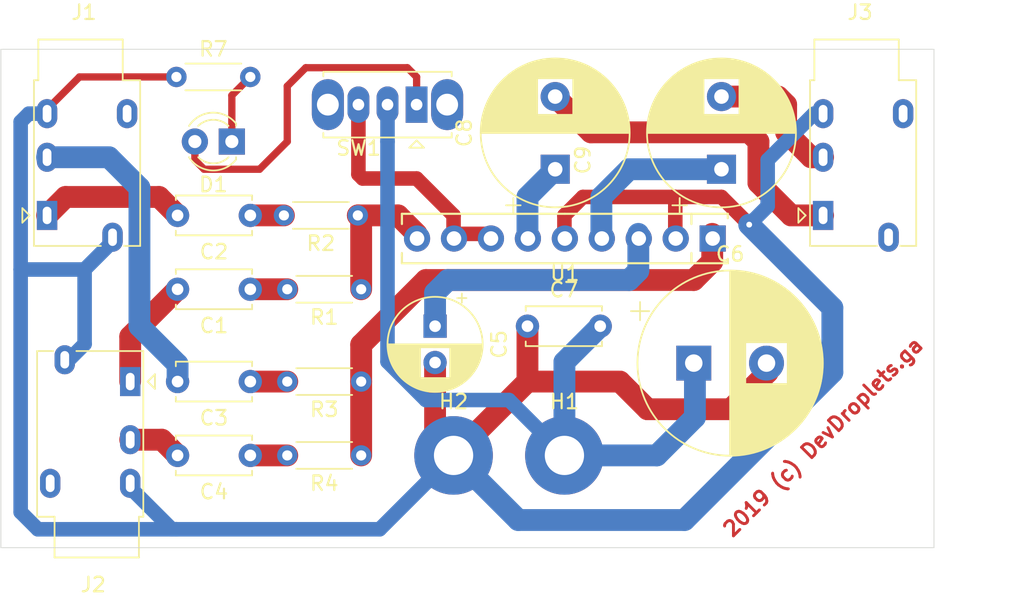
<source format=kicad_pcb>
(kicad_pcb (version 20171130) (host pcbnew "(5.1.2-1)-1")

  (general
    (thickness 1.6)
    (drawings 7)
    (tracks 120)
    (zones 0)
    (modules 22)
    (nets 22)
  )

  (page A4)
  (layers
    (0 F.Cu signal)
    (31 B.Cu signal)
    (32 B.Adhes user)
    (33 F.Adhes user)
    (34 B.Paste user)
    (35 F.Paste user)
    (36 B.SilkS user)
    (37 F.SilkS user)
    (38 B.Mask user)
    (39 F.Mask user)
    (40 Dwgs.User user)
    (41 Cmts.User user)
    (42 Eco1.User user)
    (43 Eco2.User user)
    (44 Edge.Cuts user)
    (45 Margin user)
    (46 B.CrtYd user)
    (47 F.CrtYd user)
    (48 B.Fab user)
    (49 F.Fab user)
  )

  (setup
    (last_trace_width 0.25)
    (user_trace_width 0.5)
    (user_trace_width 1)
    (user_trace_width 1.5)
    (trace_clearance 0.2)
    (zone_clearance 0.508)
    (zone_45_only no)
    (trace_min 0.2)
    (via_size 0.8)
    (via_drill 0.4)
    (via_min_size 0.4)
    (via_min_drill 0.3)
    (uvia_size 0.3)
    (uvia_drill 0.1)
    (uvias_allowed no)
    (uvia_min_size 0.2)
    (uvia_min_drill 0.1)
    (edge_width 0.05)
    (segment_width 0.2)
    (pcb_text_width 0.3)
    (pcb_text_size 1.5 1.5)
    (mod_edge_width 0.12)
    (mod_text_size 1 1)
    (mod_text_width 0.15)
    (pad_size 1.524 1.524)
    (pad_drill 0.762)
    (pad_to_mask_clearance 0.051)
    (solder_mask_min_width 0.25)
    (aux_axis_origin 0 0)
    (visible_elements FFFFFF7F)
    (pcbplotparams
      (layerselection 0x010f0_ffffffff)
      (usegerberextensions false)
      (usegerberattributes false)
      (usegerberadvancedattributes false)
      (creategerberjobfile false)
      (excludeedgelayer false)
      (linewidth 0.100000)
      (plotframeref false)
      (viasonmask false)
      (mode 1)
      (useauxorigin true)
      (hpglpennumber 1)
      (hpglpenspeed 20)
      (hpglpendiameter 15.000000)
      (psnegative false)
      (psa4output false)
      (plotreference true)
      (plotvalue true)
      (plotinvisibletext false)
      (padsonsilk false)
      (subtractmaskfromsilk false)
      (outputformat 1)
      (mirror false)
      (drillshape 0)
      (scaleselection 1)
      (outputdirectory "dist"))
  )

  (net 0 "")
  (net 1 "Net-(C1-Pad2)")
  (net 2 "Net-(C1-Pad1)")
  (net 3 "Net-(C2-Pad2)")
  (net 4 "Net-(C2-Pad1)")
  (net 5 "Net-(C3-Pad2)")
  (net 6 "Net-(C3-Pad1)")
  (net 7 "Net-(C4-Pad2)")
  (net 8 "Net-(C4-Pad1)")
  (net 9 GND)
  (net 10 "Net-(C5-Pad1)")
  (net 11 +9V)
  (net 12 "Net-(C8-Pad2)")
  (net 13 "Net-(C8-Pad1)")
  (net 14 "Net-(C9-Pad2)")
  (net 15 "Net-(C9-Pad1)")
  (net 16 "Net-(D1-Pad2)")
  (net 17 "Net-(D1-Pad1)")
  (net 18 "Net-(R1-Pad1)")
  (net 19 "Net-(R3-Pad1)")
  (net 20 "Net-(SW1-Pad3)")
  (net 21 "Net-(J3-PadS)")

  (net_class Default "This is the default net class."
    (clearance 0.2)
    (trace_width 0.25)
    (via_dia 0.8)
    (via_drill 0.4)
    (uvia_dia 0.3)
    (uvia_drill 0.1)
    (add_net +9V)
    (add_net GND)
    (add_net "Net-(C1-Pad1)")
    (add_net "Net-(C1-Pad2)")
    (add_net "Net-(C2-Pad1)")
    (add_net "Net-(C2-Pad2)")
    (add_net "Net-(C3-Pad1)")
    (add_net "Net-(C3-Pad2)")
    (add_net "Net-(C4-Pad1)")
    (add_net "Net-(C4-Pad2)")
    (add_net "Net-(C5-Pad1)")
    (add_net "Net-(C8-Pad1)")
    (add_net "Net-(C8-Pad2)")
    (add_net "Net-(C9-Pad1)")
    (add_net "Net-(C9-Pad2)")
    (add_net "Net-(D1-Pad1)")
    (add_net "Net-(D1-Pad2)")
    (add_net "Net-(J3-PadS)")
    (add_net "Net-(R1-Pad1)")
    (add_net "Net-(R3-Pad1)")
    (add_net "Net-(SW1-Pad3)")
  )

  (module Package_SIP:SIP9_Housing (layer F.Cu) (tedit 5A0AB3F6) (tstamp 5D862B6F)
    (at 172.75 107 180)
    (descr SIP9)
    (tags SIP9)
    (path /5D85E20C)
    (fp_text reference U1 (at 10.16 -2.4) (layer F.SilkS)
      (effects (font (size 1 1) (thickness 0.15)))
    )
    (fp_text value TDA1517 (at 10.16 2.5) (layer F.Fab)
      (effects (font (size 1 1) (thickness 0.15)))
    )
    (fp_line (start 21.56 -1.9) (end -1.24 -2) (layer F.CrtYd) (width 0.05))
    (fp_line (start 21.56 1.9) (end 21.56 -1.9) (layer F.CrtYd) (width 0.05))
    (fp_line (start -1.24 2) (end 21.56 1.9) (layer F.CrtYd) (width 0.05))
    (fp_line (start -1.24 -2) (end -1.24 2) (layer F.CrtYd) (width 0.05))
    (fp_line (start 0.06 -1.6) (end 21.26 -1.6) (layer F.Fab) (width 0.1))
    (fp_line (start -0.94 -0.6) (end 0.06 -1.6) (layer F.Fab) (width 0.1))
    (fp_line (start -0.94 1.6) (end -0.94 -0.6) (layer F.Fab) (width 0.1))
    (fp_line (start 21.26 1.6) (end -0.94 1.6) (layer F.Fab) (width 0.1))
    (fp_line (start 21.26 -1.6) (end 21.26 1.6) (layer F.Fab) (width 0.1))
    (fp_line (start 21.36 -1.7) (end 21.36 -1.1) (layer F.SilkS) (width 0.15))
    (fp_line (start 10.16 -1.7) (end 21.36 -1.7) (layer F.SilkS) (width 0.15))
    (fp_line (start -1.04 -1.7) (end -1.04 -1.4) (layer F.SilkS) (width 0.15))
    (fp_line (start 10.26 -1.7) (end -1.04 -1.7) (layer F.SilkS) (width 0.15))
    (fp_line (start 21.36 1.7) (end 21.36 1) (layer F.SilkS) (width 0.15))
    (fp_line (start 10.16 1.7) (end 21.36 1.7) (layer F.SilkS) (width 0.15))
    (fp_line (start 21.36 -1.2) (end 21.36 -1) (layer F.SilkS) (width 0.15))
    (fp_line (start -1.04 1.7) (end -1.04 1.4) (layer F.SilkS) (width 0.15))
    (fp_line (start 10.16 1.7) (end -1.04 1.7) (layer F.SilkS) (width 0.15))
    (fp_line (start 1.46 -1.7) (end 1.46 -1) (layer F.SilkS) (width 0.15))
    (fp_line (start 1.46 1.7) (end 1.46 1) (layer F.SilkS) (width 0.15))
    (fp_text user %R (at 10.16 0) (layer F.Fab)
      (effects (font (size 1 1) (thickness 0.15)))
    )
    (pad 9 thru_hole circle (at 20.32 0 270) (size 1.8 1.8) (drill 1) (layers *.Cu *.Mask)
      (net 18 "Net-(R1-Pad1)"))
    (pad 8 thru_hole circle (at 17.78 0 270) (size 1.8 1.8) (drill 1) (layers *.Cu *.Mask)
      (net 20 "Net-(SW1-Pad3)"))
    (pad 7 thru_hole circle (at 15.24 0 270) (size 1.8 1.8) (drill 1) (layers *.Cu *.Mask)
      (net 20 "Net-(SW1-Pad3)"))
    (pad 6 thru_hole circle (at 12.7 0 270) (size 1.8 1.8) (drill 1) (layers *.Cu *.Mask)
      (net 13 "Net-(C8-Pad1)"))
    (pad 5 thru_hole circle (at 10.16 0 270) (size 1.8 1.8) (drill 1) (layers *.Cu *.Mask)
      (net 9 GND))
    (pad 4 thru_hole circle (at 7.62 0 270) (size 1.8 1.8) (drill 1) (layers *.Cu *.Mask)
      (net 15 "Net-(C9-Pad1)"))
    (pad 3 thru_hole circle (at 5.08 0 270) (size 1.8 1.8) (drill 1) (layers *.Cu *.Mask)
      (net 10 "Net-(C5-Pad1)"))
    (pad 2 thru_hole circle (at 2.54 0 270) (size 1.8 1.8) (drill 1) (layers *.Cu *.Mask)
      (net 9 GND))
    (pad 1 thru_hole rect (at 0 0 270) (size 1.8 1.8) (drill 1) (layers *.Cu *.Mask)
      (net 19 "Net-(R3-Pad1)"))
    (model ${KISYS3DMOD}/Package_SIP.3dshapes/SIP9_Housing.wrl
      (at (xyz 0 0 0))
      (scale (xyz 1 1 1))
      (rotate (xyz 0 0 0))
    )
  )

  (module Capacitor_THT:CP_Radial_D6.3mm_P2.50mm (layer F.Cu) (tedit 5AE50EF0) (tstamp 5D862849)
    (at 153.67 113.03 270)
    (descr "CP, Radial series, Radial, pin pitch=2.50mm, , diameter=6.3mm, Electrolytic Capacitor")
    (tags "CP Radial series Radial pin pitch 2.50mm  diameter 6.3mm Electrolytic Capacitor")
    (path /5D88B516)
    (fp_text reference C5 (at 1.25 -4.4 90) (layer F.SilkS)
      (effects (font (size 1 1) (thickness 0.15)))
    )
    (fp_text value "100u 25v" (at 1.25 4.4 90) (layer F.Fab)
      (effects (font (size 1 1) (thickness 0.15)))
    )
    (fp_text user %R (at 1.25 0 90) (layer F.Fab)
      (effects (font (size 1 1) (thickness 0.15)))
    )
    (fp_line (start -1.935241 -2.154) (end -1.935241 -1.524) (layer F.SilkS) (width 0.12))
    (fp_line (start -2.250241 -1.839) (end -1.620241 -1.839) (layer F.SilkS) (width 0.12))
    (fp_line (start 4.491 -0.402) (end 4.491 0.402) (layer F.SilkS) (width 0.12))
    (fp_line (start 4.451 -0.633) (end 4.451 0.633) (layer F.SilkS) (width 0.12))
    (fp_line (start 4.411 -0.802) (end 4.411 0.802) (layer F.SilkS) (width 0.12))
    (fp_line (start 4.371 -0.94) (end 4.371 0.94) (layer F.SilkS) (width 0.12))
    (fp_line (start 4.331 -1.059) (end 4.331 1.059) (layer F.SilkS) (width 0.12))
    (fp_line (start 4.291 -1.165) (end 4.291 1.165) (layer F.SilkS) (width 0.12))
    (fp_line (start 4.251 -1.262) (end 4.251 1.262) (layer F.SilkS) (width 0.12))
    (fp_line (start 4.211 -1.35) (end 4.211 1.35) (layer F.SilkS) (width 0.12))
    (fp_line (start 4.171 -1.432) (end 4.171 1.432) (layer F.SilkS) (width 0.12))
    (fp_line (start 4.131 -1.509) (end 4.131 1.509) (layer F.SilkS) (width 0.12))
    (fp_line (start 4.091 -1.581) (end 4.091 1.581) (layer F.SilkS) (width 0.12))
    (fp_line (start 4.051 -1.65) (end 4.051 1.65) (layer F.SilkS) (width 0.12))
    (fp_line (start 4.011 -1.714) (end 4.011 1.714) (layer F.SilkS) (width 0.12))
    (fp_line (start 3.971 -1.776) (end 3.971 1.776) (layer F.SilkS) (width 0.12))
    (fp_line (start 3.931 -1.834) (end 3.931 1.834) (layer F.SilkS) (width 0.12))
    (fp_line (start 3.891 -1.89) (end 3.891 1.89) (layer F.SilkS) (width 0.12))
    (fp_line (start 3.851 -1.944) (end 3.851 1.944) (layer F.SilkS) (width 0.12))
    (fp_line (start 3.811 -1.995) (end 3.811 1.995) (layer F.SilkS) (width 0.12))
    (fp_line (start 3.771 -2.044) (end 3.771 2.044) (layer F.SilkS) (width 0.12))
    (fp_line (start 3.731 -2.092) (end 3.731 2.092) (layer F.SilkS) (width 0.12))
    (fp_line (start 3.691 -2.137) (end 3.691 2.137) (layer F.SilkS) (width 0.12))
    (fp_line (start 3.651 -2.182) (end 3.651 2.182) (layer F.SilkS) (width 0.12))
    (fp_line (start 3.611 -2.224) (end 3.611 2.224) (layer F.SilkS) (width 0.12))
    (fp_line (start 3.571 -2.265) (end 3.571 2.265) (layer F.SilkS) (width 0.12))
    (fp_line (start 3.531 1.04) (end 3.531 2.305) (layer F.SilkS) (width 0.12))
    (fp_line (start 3.531 -2.305) (end 3.531 -1.04) (layer F.SilkS) (width 0.12))
    (fp_line (start 3.491 1.04) (end 3.491 2.343) (layer F.SilkS) (width 0.12))
    (fp_line (start 3.491 -2.343) (end 3.491 -1.04) (layer F.SilkS) (width 0.12))
    (fp_line (start 3.451 1.04) (end 3.451 2.38) (layer F.SilkS) (width 0.12))
    (fp_line (start 3.451 -2.38) (end 3.451 -1.04) (layer F.SilkS) (width 0.12))
    (fp_line (start 3.411 1.04) (end 3.411 2.416) (layer F.SilkS) (width 0.12))
    (fp_line (start 3.411 -2.416) (end 3.411 -1.04) (layer F.SilkS) (width 0.12))
    (fp_line (start 3.371 1.04) (end 3.371 2.45) (layer F.SilkS) (width 0.12))
    (fp_line (start 3.371 -2.45) (end 3.371 -1.04) (layer F.SilkS) (width 0.12))
    (fp_line (start 3.331 1.04) (end 3.331 2.484) (layer F.SilkS) (width 0.12))
    (fp_line (start 3.331 -2.484) (end 3.331 -1.04) (layer F.SilkS) (width 0.12))
    (fp_line (start 3.291 1.04) (end 3.291 2.516) (layer F.SilkS) (width 0.12))
    (fp_line (start 3.291 -2.516) (end 3.291 -1.04) (layer F.SilkS) (width 0.12))
    (fp_line (start 3.251 1.04) (end 3.251 2.548) (layer F.SilkS) (width 0.12))
    (fp_line (start 3.251 -2.548) (end 3.251 -1.04) (layer F.SilkS) (width 0.12))
    (fp_line (start 3.211 1.04) (end 3.211 2.578) (layer F.SilkS) (width 0.12))
    (fp_line (start 3.211 -2.578) (end 3.211 -1.04) (layer F.SilkS) (width 0.12))
    (fp_line (start 3.171 1.04) (end 3.171 2.607) (layer F.SilkS) (width 0.12))
    (fp_line (start 3.171 -2.607) (end 3.171 -1.04) (layer F.SilkS) (width 0.12))
    (fp_line (start 3.131 1.04) (end 3.131 2.636) (layer F.SilkS) (width 0.12))
    (fp_line (start 3.131 -2.636) (end 3.131 -1.04) (layer F.SilkS) (width 0.12))
    (fp_line (start 3.091 1.04) (end 3.091 2.664) (layer F.SilkS) (width 0.12))
    (fp_line (start 3.091 -2.664) (end 3.091 -1.04) (layer F.SilkS) (width 0.12))
    (fp_line (start 3.051 1.04) (end 3.051 2.69) (layer F.SilkS) (width 0.12))
    (fp_line (start 3.051 -2.69) (end 3.051 -1.04) (layer F.SilkS) (width 0.12))
    (fp_line (start 3.011 1.04) (end 3.011 2.716) (layer F.SilkS) (width 0.12))
    (fp_line (start 3.011 -2.716) (end 3.011 -1.04) (layer F.SilkS) (width 0.12))
    (fp_line (start 2.971 1.04) (end 2.971 2.742) (layer F.SilkS) (width 0.12))
    (fp_line (start 2.971 -2.742) (end 2.971 -1.04) (layer F.SilkS) (width 0.12))
    (fp_line (start 2.931 1.04) (end 2.931 2.766) (layer F.SilkS) (width 0.12))
    (fp_line (start 2.931 -2.766) (end 2.931 -1.04) (layer F.SilkS) (width 0.12))
    (fp_line (start 2.891 1.04) (end 2.891 2.79) (layer F.SilkS) (width 0.12))
    (fp_line (start 2.891 -2.79) (end 2.891 -1.04) (layer F.SilkS) (width 0.12))
    (fp_line (start 2.851 1.04) (end 2.851 2.812) (layer F.SilkS) (width 0.12))
    (fp_line (start 2.851 -2.812) (end 2.851 -1.04) (layer F.SilkS) (width 0.12))
    (fp_line (start 2.811 1.04) (end 2.811 2.834) (layer F.SilkS) (width 0.12))
    (fp_line (start 2.811 -2.834) (end 2.811 -1.04) (layer F.SilkS) (width 0.12))
    (fp_line (start 2.771 1.04) (end 2.771 2.856) (layer F.SilkS) (width 0.12))
    (fp_line (start 2.771 -2.856) (end 2.771 -1.04) (layer F.SilkS) (width 0.12))
    (fp_line (start 2.731 1.04) (end 2.731 2.876) (layer F.SilkS) (width 0.12))
    (fp_line (start 2.731 -2.876) (end 2.731 -1.04) (layer F.SilkS) (width 0.12))
    (fp_line (start 2.691 1.04) (end 2.691 2.896) (layer F.SilkS) (width 0.12))
    (fp_line (start 2.691 -2.896) (end 2.691 -1.04) (layer F.SilkS) (width 0.12))
    (fp_line (start 2.651 1.04) (end 2.651 2.916) (layer F.SilkS) (width 0.12))
    (fp_line (start 2.651 -2.916) (end 2.651 -1.04) (layer F.SilkS) (width 0.12))
    (fp_line (start 2.611 1.04) (end 2.611 2.934) (layer F.SilkS) (width 0.12))
    (fp_line (start 2.611 -2.934) (end 2.611 -1.04) (layer F.SilkS) (width 0.12))
    (fp_line (start 2.571 1.04) (end 2.571 2.952) (layer F.SilkS) (width 0.12))
    (fp_line (start 2.571 -2.952) (end 2.571 -1.04) (layer F.SilkS) (width 0.12))
    (fp_line (start 2.531 1.04) (end 2.531 2.97) (layer F.SilkS) (width 0.12))
    (fp_line (start 2.531 -2.97) (end 2.531 -1.04) (layer F.SilkS) (width 0.12))
    (fp_line (start 2.491 1.04) (end 2.491 2.986) (layer F.SilkS) (width 0.12))
    (fp_line (start 2.491 -2.986) (end 2.491 -1.04) (layer F.SilkS) (width 0.12))
    (fp_line (start 2.451 1.04) (end 2.451 3.002) (layer F.SilkS) (width 0.12))
    (fp_line (start 2.451 -3.002) (end 2.451 -1.04) (layer F.SilkS) (width 0.12))
    (fp_line (start 2.411 1.04) (end 2.411 3.018) (layer F.SilkS) (width 0.12))
    (fp_line (start 2.411 -3.018) (end 2.411 -1.04) (layer F.SilkS) (width 0.12))
    (fp_line (start 2.371 1.04) (end 2.371 3.033) (layer F.SilkS) (width 0.12))
    (fp_line (start 2.371 -3.033) (end 2.371 -1.04) (layer F.SilkS) (width 0.12))
    (fp_line (start 2.331 1.04) (end 2.331 3.047) (layer F.SilkS) (width 0.12))
    (fp_line (start 2.331 -3.047) (end 2.331 -1.04) (layer F.SilkS) (width 0.12))
    (fp_line (start 2.291 1.04) (end 2.291 3.061) (layer F.SilkS) (width 0.12))
    (fp_line (start 2.291 -3.061) (end 2.291 -1.04) (layer F.SilkS) (width 0.12))
    (fp_line (start 2.251 1.04) (end 2.251 3.074) (layer F.SilkS) (width 0.12))
    (fp_line (start 2.251 -3.074) (end 2.251 -1.04) (layer F.SilkS) (width 0.12))
    (fp_line (start 2.211 1.04) (end 2.211 3.086) (layer F.SilkS) (width 0.12))
    (fp_line (start 2.211 -3.086) (end 2.211 -1.04) (layer F.SilkS) (width 0.12))
    (fp_line (start 2.171 1.04) (end 2.171 3.098) (layer F.SilkS) (width 0.12))
    (fp_line (start 2.171 -3.098) (end 2.171 -1.04) (layer F.SilkS) (width 0.12))
    (fp_line (start 2.131 1.04) (end 2.131 3.11) (layer F.SilkS) (width 0.12))
    (fp_line (start 2.131 -3.11) (end 2.131 -1.04) (layer F.SilkS) (width 0.12))
    (fp_line (start 2.091 1.04) (end 2.091 3.121) (layer F.SilkS) (width 0.12))
    (fp_line (start 2.091 -3.121) (end 2.091 -1.04) (layer F.SilkS) (width 0.12))
    (fp_line (start 2.051 1.04) (end 2.051 3.131) (layer F.SilkS) (width 0.12))
    (fp_line (start 2.051 -3.131) (end 2.051 -1.04) (layer F.SilkS) (width 0.12))
    (fp_line (start 2.011 1.04) (end 2.011 3.141) (layer F.SilkS) (width 0.12))
    (fp_line (start 2.011 -3.141) (end 2.011 -1.04) (layer F.SilkS) (width 0.12))
    (fp_line (start 1.971 1.04) (end 1.971 3.15) (layer F.SilkS) (width 0.12))
    (fp_line (start 1.971 -3.15) (end 1.971 -1.04) (layer F.SilkS) (width 0.12))
    (fp_line (start 1.93 1.04) (end 1.93 3.159) (layer F.SilkS) (width 0.12))
    (fp_line (start 1.93 -3.159) (end 1.93 -1.04) (layer F.SilkS) (width 0.12))
    (fp_line (start 1.89 1.04) (end 1.89 3.167) (layer F.SilkS) (width 0.12))
    (fp_line (start 1.89 -3.167) (end 1.89 -1.04) (layer F.SilkS) (width 0.12))
    (fp_line (start 1.85 1.04) (end 1.85 3.175) (layer F.SilkS) (width 0.12))
    (fp_line (start 1.85 -3.175) (end 1.85 -1.04) (layer F.SilkS) (width 0.12))
    (fp_line (start 1.81 1.04) (end 1.81 3.182) (layer F.SilkS) (width 0.12))
    (fp_line (start 1.81 -3.182) (end 1.81 -1.04) (layer F.SilkS) (width 0.12))
    (fp_line (start 1.77 1.04) (end 1.77 3.189) (layer F.SilkS) (width 0.12))
    (fp_line (start 1.77 -3.189) (end 1.77 -1.04) (layer F.SilkS) (width 0.12))
    (fp_line (start 1.73 1.04) (end 1.73 3.195) (layer F.SilkS) (width 0.12))
    (fp_line (start 1.73 -3.195) (end 1.73 -1.04) (layer F.SilkS) (width 0.12))
    (fp_line (start 1.69 1.04) (end 1.69 3.201) (layer F.SilkS) (width 0.12))
    (fp_line (start 1.69 -3.201) (end 1.69 -1.04) (layer F.SilkS) (width 0.12))
    (fp_line (start 1.65 1.04) (end 1.65 3.206) (layer F.SilkS) (width 0.12))
    (fp_line (start 1.65 -3.206) (end 1.65 -1.04) (layer F.SilkS) (width 0.12))
    (fp_line (start 1.61 1.04) (end 1.61 3.211) (layer F.SilkS) (width 0.12))
    (fp_line (start 1.61 -3.211) (end 1.61 -1.04) (layer F.SilkS) (width 0.12))
    (fp_line (start 1.57 1.04) (end 1.57 3.215) (layer F.SilkS) (width 0.12))
    (fp_line (start 1.57 -3.215) (end 1.57 -1.04) (layer F.SilkS) (width 0.12))
    (fp_line (start 1.53 1.04) (end 1.53 3.218) (layer F.SilkS) (width 0.12))
    (fp_line (start 1.53 -3.218) (end 1.53 -1.04) (layer F.SilkS) (width 0.12))
    (fp_line (start 1.49 1.04) (end 1.49 3.222) (layer F.SilkS) (width 0.12))
    (fp_line (start 1.49 -3.222) (end 1.49 -1.04) (layer F.SilkS) (width 0.12))
    (fp_line (start 1.45 -3.224) (end 1.45 3.224) (layer F.SilkS) (width 0.12))
    (fp_line (start 1.41 -3.227) (end 1.41 3.227) (layer F.SilkS) (width 0.12))
    (fp_line (start 1.37 -3.228) (end 1.37 3.228) (layer F.SilkS) (width 0.12))
    (fp_line (start 1.33 -3.23) (end 1.33 3.23) (layer F.SilkS) (width 0.12))
    (fp_line (start 1.29 -3.23) (end 1.29 3.23) (layer F.SilkS) (width 0.12))
    (fp_line (start 1.25 -3.23) (end 1.25 3.23) (layer F.SilkS) (width 0.12))
    (fp_line (start -1.128972 -1.6885) (end -1.128972 -1.0585) (layer F.Fab) (width 0.1))
    (fp_line (start -1.443972 -1.3735) (end -0.813972 -1.3735) (layer F.Fab) (width 0.1))
    (fp_circle (center 1.25 0) (end 4.65 0) (layer F.CrtYd) (width 0.05))
    (fp_circle (center 1.25 0) (end 4.52 0) (layer F.SilkS) (width 0.12))
    (fp_circle (center 1.25 0) (end 4.4 0) (layer F.Fab) (width 0.1))
    (pad 2 thru_hole circle (at 2.5 0 270) (size 1.6 1.6) (drill 0.8) (layers *.Cu *.Mask)
      (net 9 GND))
    (pad 1 thru_hole rect (at 0 0 270) (size 1.6 1.6) (drill 0.8) (layers *.Cu *.Mask)
      (net 10 "Net-(C5-Pad1)"))
    (model ${KISYS3DMOD}/Capacitor_THT.3dshapes/CP_Radial_D6.3mm_P2.50mm.wrl
      (at (xyz 0 0 0))
      (scale (xyz 1 1 1))
      (rotate (xyz 0 0 0))
    )
  )

  (module Button_Switch_THT:SW_Slide_1P2T_CK_OS102011MS2Q (layer F.Cu) (tedit 5C5044D5) (tstamp 5D862B58)
    (at 152.4 97.79 180)
    (descr "CuK miniature slide switch, OS series, SPDT, https://www.ckswitches.com/media/1428/os.pdf")
    (tags "switch SPDT")
    (path /5D896120)
    (fp_text reference SW1 (at 3.99 -2.99) (layer F.SilkS)
      (effects (font (size 1 1) (thickness 0.15)))
    )
    (fp_text value SW_SPDT (at 2 3) (layer F.Fab)
      (effects (font (size 1 1) (thickness 0.15)))
    )
    (fp_line (start 0.5 -2.96) (end -0.5 -2.96) (layer F.SilkS) (width 0.12))
    (fp_line (start 0 -2.46) (end 0.5 -2.96) (layer F.SilkS) (width 0.12))
    (fp_line (start -0.5 -2.96) (end 0 -2.46) (layer F.SilkS) (width 0.12))
    (fp_line (start 0 -1.65) (end 0.5 -2.15) (layer F.Fab) (width 0.1))
    (fp_line (start -0.5 -2.15) (end 0 -1.65) (layer F.Fab) (width 0.1))
    (fp_line (start -3.45 2.4) (end -3.45 -2.4) (layer B.CrtYd) (width 0.05))
    (fp_line (start 7.45 2.4) (end -3.45 2.4) (layer B.CrtYd) (width 0.05))
    (fp_line (start 7.45 -2.4) (end 7.45 2.4) (layer B.CrtYd) (width 0.05))
    (fp_line (start -3.45 -2.4) (end 7.45 -2.4) (layer B.CrtYd) (width 0.05))
    (fp_text user %R (at 3.99 -2.99) (layer F.Fab)
      (effects (font (size 1 1) (thickness 0.15)))
    )
    (fp_line (start 6.41 2.26) (end 6.41 1.95) (layer F.SilkS) (width 0.12))
    (fp_line (start -2.41 2.26) (end -2.41 1.95) (layer F.SilkS) (width 0.12))
    (fp_line (start -2.41 -1.95) (end -2.41 -2.26) (layer F.SilkS) (width 0.12))
    (fp_line (start 6.41 2.26) (end -2.41 2.26) (layer F.SilkS) (width 0.12))
    (fp_line (start 6.41 -2.26) (end 6.41 -1.95) (layer F.SilkS) (width 0.12))
    (fp_line (start -2.41 -2.26) (end 6.41 -2.26) (layer F.SilkS) (width 0.12))
    (fp_line (start -2.3 -2.15) (end -0.5 -2.15) (layer F.Fab) (width 0.1))
    (fp_line (start 2 -1) (end 2 1) (layer F.Fab) (width 0.1))
    (fp_line (start 1.34 -1) (end 1.34 1) (layer F.Fab) (width 0.1))
    (fp_line (start 0.66 -1) (end 0.66 1) (layer F.Fab) (width 0.1))
    (fp_line (start 0 -1) (end 0 1) (layer F.Fab) (width 0.1))
    (fp_line (start 0 1) (end 4 1) (layer F.Fab) (width 0.1))
    (fp_line (start 4 -1) (end 4 1) (layer F.Fab) (width 0.1))
    (fp_line (start 0 -1) (end 4 -1) (layer F.Fab) (width 0.1))
    (fp_line (start -2.3 2.15) (end -2.3 -2.15) (layer F.Fab) (width 0.1))
    (fp_line (start 6.3 2.15) (end -2.3 2.15) (layer F.Fab) (width 0.1))
    (fp_line (start 6.3 -2.15) (end 6.3 2.15) (layer F.Fab) (width 0.1))
    (fp_line (start 0.5 -2.15) (end 6.3 -2.15) (layer F.Fab) (width 0.1))
    (pad "" thru_hole oval (at 6.1 0 180) (size 2.2 3.5) (drill 1.5) (layers *.Cu *.Mask))
    (pad "" thru_hole oval (at -2.1 0 180) (size 2.2 3.5) (drill 1.5) (layers *.Cu *.Mask))
    (pad 3 thru_hole oval (at 4 0 180) (size 1.5 2.5) (drill 0.8) (layers *.Cu *.Mask)
      (net 20 "Net-(SW1-Pad3)"))
    (pad 2 thru_hole oval (at 2 0 180) (size 1.5 2.5) (drill 0.8) (layers *.Cu *.Mask)
      (net 11 +9V))
    (pad 1 thru_hole rect (at 0 0 180) (size 1.5 2.5) (drill 0.8) (layers *.Cu *.Mask)
      (net 16 "Net-(D1-Pad2)"))
    (model ${KISYS3DMOD}/Button_Switch_THT.3dshapes/SW_Slide_1P2T_CK_OS102011MS2Q.wrl
      (at (xyz 0 0 0))
      (scale (xyz 1 1 1))
      (rotate (xyz 0 0 0))
    )
  )

  (module Capacitor_THT:CP_Radial_D10.0mm_P5.00mm (layer F.Cu) (tedit 5AE50EF1) (tstamp 5D862A4D)
    (at 173.355 102.235 90)
    (descr "CP, Radial series, Radial, pin pitch=5.00mm, , diameter=10mm, Electrolytic Capacitor")
    (tags "CP Radial series Radial pin pitch 5.00mm  diameter 10mm Electrolytic Capacitor")
    (path /5D8B87C9)
    (fp_text reference C9 (at 0.635 -9.525 90) (layer F.SilkS)
      (effects (font (size 1 1) (thickness 0.15)))
    )
    (fp_text value "1000u 25v" (at 2.54 5.715 90) (layer F.Fab)
      (effects (font (size 1 1) (thickness 0.15)))
    )
    (fp_text user %R (at 0 2.54 90) (layer F.Fab)
      (effects (font (size 1 1) (thickness 0.15)))
    )
    (fp_line (start -2.479646 -3.375) (end -2.479646 -2.375) (layer F.SilkS) (width 0.12))
    (fp_line (start -2.979646 -2.875) (end -1.979646 -2.875) (layer F.SilkS) (width 0.12))
    (fp_line (start 7.581 -0.599) (end 7.581 0.599) (layer F.SilkS) (width 0.12))
    (fp_line (start 7.541 -0.862) (end 7.541 0.862) (layer F.SilkS) (width 0.12))
    (fp_line (start 7.501 -1.062) (end 7.501 1.062) (layer F.SilkS) (width 0.12))
    (fp_line (start 7.461 -1.23) (end 7.461 1.23) (layer F.SilkS) (width 0.12))
    (fp_line (start 7.421 -1.378) (end 7.421 1.378) (layer F.SilkS) (width 0.12))
    (fp_line (start 7.381 -1.51) (end 7.381 1.51) (layer F.SilkS) (width 0.12))
    (fp_line (start 7.341 -1.63) (end 7.341 1.63) (layer F.SilkS) (width 0.12))
    (fp_line (start 7.301 -1.742) (end 7.301 1.742) (layer F.SilkS) (width 0.12))
    (fp_line (start 7.261 -1.846) (end 7.261 1.846) (layer F.SilkS) (width 0.12))
    (fp_line (start 7.221 -1.944) (end 7.221 1.944) (layer F.SilkS) (width 0.12))
    (fp_line (start 7.181 -2.037) (end 7.181 2.037) (layer F.SilkS) (width 0.12))
    (fp_line (start 7.141 -2.125) (end 7.141 2.125) (layer F.SilkS) (width 0.12))
    (fp_line (start 7.101 -2.209) (end 7.101 2.209) (layer F.SilkS) (width 0.12))
    (fp_line (start 7.061 -2.289) (end 7.061 2.289) (layer F.SilkS) (width 0.12))
    (fp_line (start 7.021 -2.365) (end 7.021 2.365) (layer F.SilkS) (width 0.12))
    (fp_line (start 6.981 -2.439) (end 6.981 2.439) (layer F.SilkS) (width 0.12))
    (fp_line (start 6.941 -2.51) (end 6.941 2.51) (layer F.SilkS) (width 0.12))
    (fp_line (start 6.901 -2.579) (end 6.901 2.579) (layer F.SilkS) (width 0.12))
    (fp_line (start 6.861 -2.645) (end 6.861 2.645) (layer F.SilkS) (width 0.12))
    (fp_line (start 6.821 -2.709) (end 6.821 2.709) (layer F.SilkS) (width 0.12))
    (fp_line (start 6.781 -2.77) (end 6.781 2.77) (layer F.SilkS) (width 0.12))
    (fp_line (start 6.741 -2.83) (end 6.741 2.83) (layer F.SilkS) (width 0.12))
    (fp_line (start 6.701 -2.889) (end 6.701 2.889) (layer F.SilkS) (width 0.12))
    (fp_line (start 6.661 -2.945) (end 6.661 2.945) (layer F.SilkS) (width 0.12))
    (fp_line (start 6.621 -3) (end 6.621 3) (layer F.SilkS) (width 0.12))
    (fp_line (start 6.581 -3.054) (end 6.581 3.054) (layer F.SilkS) (width 0.12))
    (fp_line (start 6.541 -3.106) (end 6.541 3.106) (layer F.SilkS) (width 0.12))
    (fp_line (start 6.501 -3.156) (end 6.501 3.156) (layer F.SilkS) (width 0.12))
    (fp_line (start 6.461 -3.206) (end 6.461 3.206) (layer F.SilkS) (width 0.12))
    (fp_line (start 6.421 -3.254) (end 6.421 3.254) (layer F.SilkS) (width 0.12))
    (fp_line (start 6.381 -3.301) (end 6.381 3.301) (layer F.SilkS) (width 0.12))
    (fp_line (start 6.341 -3.347) (end 6.341 3.347) (layer F.SilkS) (width 0.12))
    (fp_line (start 6.301 -3.392) (end 6.301 3.392) (layer F.SilkS) (width 0.12))
    (fp_line (start 6.261 -3.436) (end 6.261 3.436) (layer F.SilkS) (width 0.12))
    (fp_line (start 6.221 1.241) (end 6.221 3.478) (layer F.SilkS) (width 0.12))
    (fp_line (start 6.221 -3.478) (end 6.221 -1.241) (layer F.SilkS) (width 0.12))
    (fp_line (start 6.181 1.241) (end 6.181 3.52) (layer F.SilkS) (width 0.12))
    (fp_line (start 6.181 -3.52) (end 6.181 -1.241) (layer F.SilkS) (width 0.12))
    (fp_line (start 6.141 1.241) (end 6.141 3.561) (layer F.SilkS) (width 0.12))
    (fp_line (start 6.141 -3.561) (end 6.141 -1.241) (layer F.SilkS) (width 0.12))
    (fp_line (start 6.101 1.241) (end 6.101 3.601) (layer F.SilkS) (width 0.12))
    (fp_line (start 6.101 -3.601) (end 6.101 -1.241) (layer F.SilkS) (width 0.12))
    (fp_line (start 6.061 1.241) (end 6.061 3.64) (layer F.SilkS) (width 0.12))
    (fp_line (start 6.061 -3.64) (end 6.061 -1.241) (layer F.SilkS) (width 0.12))
    (fp_line (start 6.021 1.241) (end 6.021 3.679) (layer F.SilkS) (width 0.12))
    (fp_line (start 6.021 -3.679) (end 6.021 -1.241) (layer F.SilkS) (width 0.12))
    (fp_line (start 5.981 1.241) (end 5.981 3.716) (layer F.SilkS) (width 0.12))
    (fp_line (start 5.981 -3.716) (end 5.981 -1.241) (layer F.SilkS) (width 0.12))
    (fp_line (start 5.941 1.241) (end 5.941 3.753) (layer F.SilkS) (width 0.12))
    (fp_line (start 5.941 -3.753) (end 5.941 -1.241) (layer F.SilkS) (width 0.12))
    (fp_line (start 5.901 1.241) (end 5.901 3.789) (layer F.SilkS) (width 0.12))
    (fp_line (start 5.901 -3.789) (end 5.901 -1.241) (layer F.SilkS) (width 0.12))
    (fp_line (start 5.861 1.241) (end 5.861 3.824) (layer F.SilkS) (width 0.12))
    (fp_line (start 5.861 -3.824) (end 5.861 -1.241) (layer F.SilkS) (width 0.12))
    (fp_line (start 5.821 1.241) (end 5.821 3.858) (layer F.SilkS) (width 0.12))
    (fp_line (start 5.821 -3.858) (end 5.821 -1.241) (layer F.SilkS) (width 0.12))
    (fp_line (start 5.781 1.241) (end 5.781 3.892) (layer F.SilkS) (width 0.12))
    (fp_line (start 5.781 -3.892) (end 5.781 -1.241) (layer F.SilkS) (width 0.12))
    (fp_line (start 5.741 1.241) (end 5.741 3.925) (layer F.SilkS) (width 0.12))
    (fp_line (start 5.741 -3.925) (end 5.741 -1.241) (layer F.SilkS) (width 0.12))
    (fp_line (start 5.701 1.241) (end 5.701 3.957) (layer F.SilkS) (width 0.12))
    (fp_line (start 5.701 -3.957) (end 5.701 -1.241) (layer F.SilkS) (width 0.12))
    (fp_line (start 5.661 1.241) (end 5.661 3.989) (layer F.SilkS) (width 0.12))
    (fp_line (start 5.661 -3.989) (end 5.661 -1.241) (layer F.SilkS) (width 0.12))
    (fp_line (start 5.621 1.241) (end 5.621 4.02) (layer F.SilkS) (width 0.12))
    (fp_line (start 5.621 -4.02) (end 5.621 -1.241) (layer F.SilkS) (width 0.12))
    (fp_line (start 5.581 1.241) (end 5.581 4.05) (layer F.SilkS) (width 0.12))
    (fp_line (start 5.581 -4.05) (end 5.581 -1.241) (layer F.SilkS) (width 0.12))
    (fp_line (start 5.541 1.241) (end 5.541 4.08) (layer F.SilkS) (width 0.12))
    (fp_line (start 5.541 -4.08) (end 5.541 -1.241) (layer F.SilkS) (width 0.12))
    (fp_line (start 5.501 1.241) (end 5.501 4.11) (layer F.SilkS) (width 0.12))
    (fp_line (start 5.501 -4.11) (end 5.501 -1.241) (layer F.SilkS) (width 0.12))
    (fp_line (start 5.461 1.241) (end 5.461 4.138) (layer F.SilkS) (width 0.12))
    (fp_line (start 5.461 -4.138) (end 5.461 -1.241) (layer F.SilkS) (width 0.12))
    (fp_line (start 5.421 1.241) (end 5.421 4.166) (layer F.SilkS) (width 0.12))
    (fp_line (start 5.421 -4.166) (end 5.421 -1.241) (layer F.SilkS) (width 0.12))
    (fp_line (start 5.381 1.241) (end 5.381 4.194) (layer F.SilkS) (width 0.12))
    (fp_line (start 5.381 -4.194) (end 5.381 -1.241) (layer F.SilkS) (width 0.12))
    (fp_line (start 5.341 1.241) (end 5.341 4.221) (layer F.SilkS) (width 0.12))
    (fp_line (start 5.341 -4.221) (end 5.341 -1.241) (layer F.SilkS) (width 0.12))
    (fp_line (start 5.301 1.241) (end 5.301 4.247) (layer F.SilkS) (width 0.12))
    (fp_line (start 5.301 -4.247) (end 5.301 -1.241) (layer F.SilkS) (width 0.12))
    (fp_line (start 5.261 1.241) (end 5.261 4.273) (layer F.SilkS) (width 0.12))
    (fp_line (start 5.261 -4.273) (end 5.261 -1.241) (layer F.SilkS) (width 0.12))
    (fp_line (start 5.221 1.241) (end 5.221 4.298) (layer F.SilkS) (width 0.12))
    (fp_line (start 5.221 -4.298) (end 5.221 -1.241) (layer F.SilkS) (width 0.12))
    (fp_line (start 5.181 1.241) (end 5.181 4.323) (layer F.SilkS) (width 0.12))
    (fp_line (start 5.181 -4.323) (end 5.181 -1.241) (layer F.SilkS) (width 0.12))
    (fp_line (start 5.141 1.241) (end 5.141 4.347) (layer F.SilkS) (width 0.12))
    (fp_line (start 5.141 -4.347) (end 5.141 -1.241) (layer F.SilkS) (width 0.12))
    (fp_line (start 5.101 1.241) (end 5.101 4.371) (layer F.SilkS) (width 0.12))
    (fp_line (start 5.101 -4.371) (end 5.101 -1.241) (layer F.SilkS) (width 0.12))
    (fp_line (start 5.061 1.241) (end 5.061 4.395) (layer F.SilkS) (width 0.12))
    (fp_line (start 5.061 -4.395) (end 5.061 -1.241) (layer F.SilkS) (width 0.12))
    (fp_line (start 5.021 1.241) (end 5.021 4.417) (layer F.SilkS) (width 0.12))
    (fp_line (start 5.021 -4.417) (end 5.021 -1.241) (layer F.SilkS) (width 0.12))
    (fp_line (start 4.981 1.241) (end 4.981 4.44) (layer F.SilkS) (width 0.12))
    (fp_line (start 4.981 -4.44) (end 4.981 -1.241) (layer F.SilkS) (width 0.12))
    (fp_line (start 4.941 1.241) (end 4.941 4.462) (layer F.SilkS) (width 0.12))
    (fp_line (start 4.941 -4.462) (end 4.941 -1.241) (layer F.SilkS) (width 0.12))
    (fp_line (start 4.901 1.241) (end 4.901 4.483) (layer F.SilkS) (width 0.12))
    (fp_line (start 4.901 -4.483) (end 4.901 -1.241) (layer F.SilkS) (width 0.12))
    (fp_line (start 4.861 1.241) (end 4.861 4.504) (layer F.SilkS) (width 0.12))
    (fp_line (start 4.861 -4.504) (end 4.861 -1.241) (layer F.SilkS) (width 0.12))
    (fp_line (start 4.821 1.241) (end 4.821 4.525) (layer F.SilkS) (width 0.12))
    (fp_line (start 4.821 -4.525) (end 4.821 -1.241) (layer F.SilkS) (width 0.12))
    (fp_line (start 4.781 1.241) (end 4.781 4.545) (layer F.SilkS) (width 0.12))
    (fp_line (start 4.781 -4.545) (end 4.781 -1.241) (layer F.SilkS) (width 0.12))
    (fp_line (start 4.741 1.241) (end 4.741 4.564) (layer F.SilkS) (width 0.12))
    (fp_line (start 4.741 -4.564) (end 4.741 -1.241) (layer F.SilkS) (width 0.12))
    (fp_line (start 4.701 1.241) (end 4.701 4.584) (layer F.SilkS) (width 0.12))
    (fp_line (start 4.701 -4.584) (end 4.701 -1.241) (layer F.SilkS) (width 0.12))
    (fp_line (start 4.661 1.241) (end 4.661 4.603) (layer F.SilkS) (width 0.12))
    (fp_line (start 4.661 -4.603) (end 4.661 -1.241) (layer F.SilkS) (width 0.12))
    (fp_line (start 4.621 1.241) (end 4.621 4.621) (layer F.SilkS) (width 0.12))
    (fp_line (start 4.621 -4.621) (end 4.621 -1.241) (layer F.SilkS) (width 0.12))
    (fp_line (start 4.581 1.241) (end 4.581 4.639) (layer F.SilkS) (width 0.12))
    (fp_line (start 4.581 -4.639) (end 4.581 -1.241) (layer F.SilkS) (width 0.12))
    (fp_line (start 4.541 1.241) (end 4.541 4.657) (layer F.SilkS) (width 0.12))
    (fp_line (start 4.541 -4.657) (end 4.541 -1.241) (layer F.SilkS) (width 0.12))
    (fp_line (start 4.501 1.241) (end 4.501 4.674) (layer F.SilkS) (width 0.12))
    (fp_line (start 4.501 -4.674) (end 4.501 -1.241) (layer F.SilkS) (width 0.12))
    (fp_line (start 4.461 1.241) (end 4.461 4.69) (layer F.SilkS) (width 0.12))
    (fp_line (start 4.461 -4.69) (end 4.461 -1.241) (layer F.SilkS) (width 0.12))
    (fp_line (start 4.421 1.241) (end 4.421 4.707) (layer F.SilkS) (width 0.12))
    (fp_line (start 4.421 -4.707) (end 4.421 -1.241) (layer F.SilkS) (width 0.12))
    (fp_line (start 4.381 1.241) (end 4.381 4.723) (layer F.SilkS) (width 0.12))
    (fp_line (start 4.381 -4.723) (end 4.381 -1.241) (layer F.SilkS) (width 0.12))
    (fp_line (start 4.341 1.241) (end 4.341 4.738) (layer F.SilkS) (width 0.12))
    (fp_line (start 4.341 -4.738) (end 4.341 -1.241) (layer F.SilkS) (width 0.12))
    (fp_line (start 4.301 1.241) (end 4.301 4.754) (layer F.SilkS) (width 0.12))
    (fp_line (start 4.301 -4.754) (end 4.301 -1.241) (layer F.SilkS) (width 0.12))
    (fp_line (start 4.261 1.241) (end 4.261 4.768) (layer F.SilkS) (width 0.12))
    (fp_line (start 4.261 -4.768) (end 4.261 -1.241) (layer F.SilkS) (width 0.12))
    (fp_line (start 4.221 1.241) (end 4.221 4.783) (layer F.SilkS) (width 0.12))
    (fp_line (start 4.221 -4.783) (end 4.221 -1.241) (layer F.SilkS) (width 0.12))
    (fp_line (start 4.181 1.241) (end 4.181 4.797) (layer F.SilkS) (width 0.12))
    (fp_line (start 4.181 -4.797) (end 4.181 -1.241) (layer F.SilkS) (width 0.12))
    (fp_line (start 4.141 1.241) (end 4.141 4.811) (layer F.SilkS) (width 0.12))
    (fp_line (start 4.141 -4.811) (end 4.141 -1.241) (layer F.SilkS) (width 0.12))
    (fp_line (start 4.101 1.241) (end 4.101 4.824) (layer F.SilkS) (width 0.12))
    (fp_line (start 4.101 -4.824) (end 4.101 -1.241) (layer F.SilkS) (width 0.12))
    (fp_line (start 4.061 1.241) (end 4.061 4.837) (layer F.SilkS) (width 0.12))
    (fp_line (start 4.061 -4.837) (end 4.061 -1.241) (layer F.SilkS) (width 0.12))
    (fp_line (start 4.021 1.241) (end 4.021 4.85) (layer F.SilkS) (width 0.12))
    (fp_line (start 4.021 -4.85) (end 4.021 -1.241) (layer F.SilkS) (width 0.12))
    (fp_line (start 3.981 1.241) (end 3.981 4.862) (layer F.SilkS) (width 0.12))
    (fp_line (start 3.981 -4.862) (end 3.981 -1.241) (layer F.SilkS) (width 0.12))
    (fp_line (start 3.941 1.241) (end 3.941 4.874) (layer F.SilkS) (width 0.12))
    (fp_line (start 3.941 -4.874) (end 3.941 -1.241) (layer F.SilkS) (width 0.12))
    (fp_line (start 3.901 1.241) (end 3.901 4.885) (layer F.SilkS) (width 0.12))
    (fp_line (start 3.901 -4.885) (end 3.901 -1.241) (layer F.SilkS) (width 0.12))
    (fp_line (start 3.861 1.241) (end 3.861 4.897) (layer F.SilkS) (width 0.12))
    (fp_line (start 3.861 -4.897) (end 3.861 -1.241) (layer F.SilkS) (width 0.12))
    (fp_line (start 3.821 1.241) (end 3.821 4.907) (layer F.SilkS) (width 0.12))
    (fp_line (start 3.821 -4.907) (end 3.821 -1.241) (layer F.SilkS) (width 0.12))
    (fp_line (start 3.781 1.241) (end 3.781 4.918) (layer F.SilkS) (width 0.12))
    (fp_line (start 3.781 -4.918) (end 3.781 -1.241) (layer F.SilkS) (width 0.12))
    (fp_line (start 3.741 -4.928) (end 3.741 4.928) (layer F.SilkS) (width 0.12))
    (fp_line (start 3.701 -4.938) (end 3.701 4.938) (layer F.SilkS) (width 0.12))
    (fp_line (start 3.661 -4.947) (end 3.661 4.947) (layer F.SilkS) (width 0.12))
    (fp_line (start 3.621 -4.956) (end 3.621 4.956) (layer F.SilkS) (width 0.12))
    (fp_line (start 3.581 -4.965) (end 3.581 4.965) (layer F.SilkS) (width 0.12))
    (fp_line (start 3.541 -4.974) (end 3.541 4.974) (layer F.SilkS) (width 0.12))
    (fp_line (start 3.501 -4.982) (end 3.501 4.982) (layer F.SilkS) (width 0.12))
    (fp_line (start 3.461 -4.99) (end 3.461 4.99) (layer F.SilkS) (width 0.12))
    (fp_line (start 3.421 -4.997) (end 3.421 4.997) (layer F.SilkS) (width 0.12))
    (fp_line (start 3.381 -5.004) (end 3.381 5.004) (layer F.SilkS) (width 0.12))
    (fp_line (start 3.341 -5.011) (end 3.341 5.011) (layer F.SilkS) (width 0.12))
    (fp_line (start 3.301 -5.018) (end 3.301 5.018) (layer F.SilkS) (width 0.12))
    (fp_line (start 3.261 -5.024) (end 3.261 5.024) (layer F.SilkS) (width 0.12))
    (fp_line (start 3.221 -5.03) (end 3.221 5.03) (layer F.SilkS) (width 0.12))
    (fp_line (start 3.18 -5.035) (end 3.18 5.035) (layer F.SilkS) (width 0.12))
    (fp_line (start 3.14 -5.04) (end 3.14 5.04) (layer F.SilkS) (width 0.12))
    (fp_line (start 3.1 -5.045) (end 3.1 5.045) (layer F.SilkS) (width 0.12))
    (fp_line (start 3.06 -5.05) (end 3.06 5.05) (layer F.SilkS) (width 0.12))
    (fp_line (start 3.02 -5.054) (end 3.02 5.054) (layer F.SilkS) (width 0.12))
    (fp_line (start 2.98 -5.058) (end 2.98 5.058) (layer F.SilkS) (width 0.12))
    (fp_line (start 2.94 -5.062) (end 2.94 5.062) (layer F.SilkS) (width 0.12))
    (fp_line (start 2.9 -5.065) (end 2.9 5.065) (layer F.SilkS) (width 0.12))
    (fp_line (start 2.86 -5.068) (end 2.86 5.068) (layer F.SilkS) (width 0.12))
    (fp_line (start 2.82 -5.07) (end 2.82 5.07) (layer F.SilkS) (width 0.12))
    (fp_line (start 2.78 -5.073) (end 2.78 5.073) (layer F.SilkS) (width 0.12))
    (fp_line (start 2.74 -5.075) (end 2.74 5.075) (layer F.SilkS) (width 0.12))
    (fp_line (start 2.7 -5.077) (end 2.7 5.077) (layer F.SilkS) (width 0.12))
    (fp_line (start 2.66 -5.078) (end 2.66 5.078) (layer F.SilkS) (width 0.12))
    (fp_line (start 2.62 -5.079) (end 2.62 5.079) (layer F.SilkS) (width 0.12))
    (fp_line (start 2.58 -5.08) (end 2.58 5.08) (layer F.SilkS) (width 0.12))
    (fp_line (start 2.54 -5.08) (end 2.54 5.08) (layer F.SilkS) (width 0.12))
    (fp_line (start 2.5 -5.08) (end 2.5 5.08) (layer F.SilkS) (width 0.12))
    (fp_line (start -1.288861 -2.6875) (end -1.288861 -1.6875) (layer F.Fab) (width 0.1))
    (fp_line (start -1.788861 -2.1875) (end -0.788861 -2.1875) (layer F.Fab) (width 0.1))
    (fp_circle (center 2.5 0) (end 7.75 0) (layer F.CrtYd) (width 0.05))
    (fp_circle (center 2.5 0) (end 7.62 0) (layer F.SilkS) (width 0.12))
    (fp_circle (center 2.5 0) (end 7.5 0) (layer F.Fab) (width 0.1))
    (pad 2 thru_hole circle (at 5 0 90) (size 2 2) (drill 1) (layers *.Cu *.Mask)
      (net 14 "Net-(C9-Pad2)"))
    (pad 1 thru_hole rect (at 0 0 90) (size 2 2) (drill 1) (layers *.Cu *.Mask)
      (net 15 "Net-(C9-Pad1)"))
    (model ${KISYS3DMOD}/Capacitor_THT.3dshapes/CP_Radial_D10.0mm_P5.00mm.wrl
      (at (xyz 0 0 0))
      (scale (xyz 1 1 1))
      (rotate (xyz 0 0 0))
    )
  )

  (module Capacitor_THT:CP_Radial_D10.0mm_P5.00mm (layer F.Cu) (tedit 5AE50EF1) (tstamp 5D8629AA)
    (at 161.925 102.235 90)
    (descr "CP, Radial series, Radial, pin pitch=5.00mm, , diameter=10mm, Electrolytic Capacitor")
    (tags "CP Radial series Radial pin pitch 5.00mm  diameter 10mm Electrolytic Capacitor")
    (path /5D8B7E21)
    (fp_text reference C8 (at 2.5 -6.25 90) (layer F.SilkS)
      (effects (font (size 1 1) (thickness 0.15)))
    )
    (fp_text value "1000u 25v" (at 2.5 6.25 90) (layer F.Fab)
      (effects (font (size 1 1) (thickness 0.15)))
    )
    (fp_text user %R (at 2.5 0 90) (layer F.Fab)
      (effects (font (size 1 1) (thickness 0.15)))
    )
    (fp_line (start -2.479646 -3.375) (end -2.479646 -2.375) (layer F.SilkS) (width 0.12))
    (fp_line (start -2.979646 -2.875) (end -1.979646 -2.875) (layer F.SilkS) (width 0.12))
    (fp_line (start 7.581 -0.599) (end 7.581 0.599) (layer F.SilkS) (width 0.12))
    (fp_line (start 7.541 -0.862) (end 7.541 0.862) (layer F.SilkS) (width 0.12))
    (fp_line (start 7.501 -1.062) (end 7.501 1.062) (layer F.SilkS) (width 0.12))
    (fp_line (start 7.461 -1.23) (end 7.461 1.23) (layer F.SilkS) (width 0.12))
    (fp_line (start 7.421 -1.378) (end 7.421 1.378) (layer F.SilkS) (width 0.12))
    (fp_line (start 7.381 -1.51) (end 7.381 1.51) (layer F.SilkS) (width 0.12))
    (fp_line (start 7.341 -1.63) (end 7.341 1.63) (layer F.SilkS) (width 0.12))
    (fp_line (start 7.301 -1.742) (end 7.301 1.742) (layer F.SilkS) (width 0.12))
    (fp_line (start 7.261 -1.846) (end 7.261 1.846) (layer F.SilkS) (width 0.12))
    (fp_line (start 7.221 -1.944) (end 7.221 1.944) (layer F.SilkS) (width 0.12))
    (fp_line (start 7.181 -2.037) (end 7.181 2.037) (layer F.SilkS) (width 0.12))
    (fp_line (start 7.141 -2.125) (end 7.141 2.125) (layer F.SilkS) (width 0.12))
    (fp_line (start 7.101 -2.209) (end 7.101 2.209) (layer F.SilkS) (width 0.12))
    (fp_line (start 7.061 -2.289) (end 7.061 2.289) (layer F.SilkS) (width 0.12))
    (fp_line (start 7.021 -2.365) (end 7.021 2.365) (layer F.SilkS) (width 0.12))
    (fp_line (start 6.981 -2.439) (end 6.981 2.439) (layer F.SilkS) (width 0.12))
    (fp_line (start 6.941 -2.51) (end 6.941 2.51) (layer F.SilkS) (width 0.12))
    (fp_line (start 6.901 -2.579) (end 6.901 2.579) (layer F.SilkS) (width 0.12))
    (fp_line (start 6.861 -2.645) (end 6.861 2.645) (layer F.SilkS) (width 0.12))
    (fp_line (start 6.821 -2.709) (end 6.821 2.709) (layer F.SilkS) (width 0.12))
    (fp_line (start 6.781 -2.77) (end 6.781 2.77) (layer F.SilkS) (width 0.12))
    (fp_line (start 6.741 -2.83) (end 6.741 2.83) (layer F.SilkS) (width 0.12))
    (fp_line (start 6.701 -2.889) (end 6.701 2.889) (layer F.SilkS) (width 0.12))
    (fp_line (start 6.661 -2.945) (end 6.661 2.945) (layer F.SilkS) (width 0.12))
    (fp_line (start 6.621 -3) (end 6.621 3) (layer F.SilkS) (width 0.12))
    (fp_line (start 6.581 -3.054) (end 6.581 3.054) (layer F.SilkS) (width 0.12))
    (fp_line (start 6.541 -3.106) (end 6.541 3.106) (layer F.SilkS) (width 0.12))
    (fp_line (start 6.501 -3.156) (end 6.501 3.156) (layer F.SilkS) (width 0.12))
    (fp_line (start 6.461 -3.206) (end 6.461 3.206) (layer F.SilkS) (width 0.12))
    (fp_line (start 6.421 -3.254) (end 6.421 3.254) (layer F.SilkS) (width 0.12))
    (fp_line (start 6.381 -3.301) (end 6.381 3.301) (layer F.SilkS) (width 0.12))
    (fp_line (start 6.341 -3.347) (end 6.341 3.347) (layer F.SilkS) (width 0.12))
    (fp_line (start 6.301 -3.392) (end 6.301 3.392) (layer F.SilkS) (width 0.12))
    (fp_line (start 6.261 -3.436) (end 6.261 3.436) (layer F.SilkS) (width 0.12))
    (fp_line (start 6.221 1.241) (end 6.221 3.478) (layer F.SilkS) (width 0.12))
    (fp_line (start 6.221 -3.478) (end 6.221 -1.241) (layer F.SilkS) (width 0.12))
    (fp_line (start 6.181 1.241) (end 6.181 3.52) (layer F.SilkS) (width 0.12))
    (fp_line (start 6.181 -3.52) (end 6.181 -1.241) (layer F.SilkS) (width 0.12))
    (fp_line (start 6.141 1.241) (end 6.141 3.561) (layer F.SilkS) (width 0.12))
    (fp_line (start 6.141 -3.561) (end 6.141 -1.241) (layer F.SilkS) (width 0.12))
    (fp_line (start 6.101 1.241) (end 6.101 3.601) (layer F.SilkS) (width 0.12))
    (fp_line (start 6.101 -3.601) (end 6.101 -1.241) (layer F.SilkS) (width 0.12))
    (fp_line (start 6.061 1.241) (end 6.061 3.64) (layer F.SilkS) (width 0.12))
    (fp_line (start 6.061 -3.64) (end 6.061 -1.241) (layer F.SilkS) (width 0.12))
    (fp_line (start 6.021 1.241) (end 6.021 3.679) (layer F.SilkS) (width 0.12))
    (fp_line (start 6.021 -3.679) (end 6.021 -1.241) (layer F.SilkS) (width 0.12))
    (fp_line (start 5.981 1.241) (end 5.981 3.716) (layer F.SilkS) (width 0.12))
    (fp_line (start 5.981 -3.716) (end 5.981 -1.241) (layer F.SilkS) (width 0.12))
    (fp_line (start 5.941 1.241) (end 5.941 3.753) (layer F.SilkS) (width 0.12))
    (fp_line (start 5.941 -3.753) (end 5.941 -1.241) (layer F.SilkS) (width 0.12))
    (fp_line (start 5.901 1.241) (end 5.901 3.789) (layer F.SilkS) (width 0.12))
    (fp_line (start 5.901 -3.789) (end 5.901 -1.241) (layer F.SilkS) (width 0.12))
    (fp_line (start 5.861 1.241) (end 5.861 3.824) (layer F.SilkS) (width 0.12))
    (fp_line (start 5.861 -3.824) (end 5.861 -1.241) (layer F.SilkS) (width 0.12))
    (fp_line (start 5.821 1.241) (end 5.821 3.858) (layer F.SilkS) (width 0.12))
    (fp_line (start 5.821 -3.858) (end 5.821 -1.241) (layer F.SilkS) (width 0.12))
    (fp_line (start 5.781 1.241) (end 5.781 3.892) (layer F.SilkS) (width 0.12))
    (fp_line (start 5.781 -3.892) (end 5.781 -1.241) (layer F.SilkS) (width 0.12))
    (fp_line (start 5.741 1.241) (end 5.741 3.925) (layer F.SilkS) (width 0.12))
    (fp_line (start 5.741 -3.925) (end 5.741 -1.241) (layer F.SilkS) (width 0.12))
    (fp_line (start 5.701 1.241) (end 5.701 3.957) (layer F.SilkS) (width 0.12))
    (fp_line (start 5.701 -3.957) (end 5.701 -1.241) (layer F.SilkS) (width 0.12))
    (fp_line (start 5.661 1.241) (end 5.661 3.989) (layer F.SilkS) (width 0.12))
    (fp_line (start 5.661 -3.989) (end 5.661 -1.241) (layer F.SilkS) (width 0.12))
    (fp_line (start 5.621 1.241) (end 5.621 4.02) (layer F.SilkS) (width 0.12))
    (fp_line (start 5.621 -4.02) (end 5.621 -1.241) (layer F.SilkS) (width 0.12))
    (fp_line (start 5.581 1.241) (end 5.581 4.05) (layer F.SilkS) (width 0.12))
    (fp_line (start 5.581 -4.05) (end 5.581 -1.241) (layer F.SilkS) (width 0.12))
    (fp_line (start 5.541 1.241) (end 5.541 4.08) (layer F.SilkS) (width 0.12))
    (fp_line (start 5.541 -4.08) (end 5.541 -1.241) (layer F.SilkS) (width 0.12))
    (fp_line (start 5.501 1.241) (end 5.501 4.11) (layer F.SilkS) (width 0.12))
    (fp_line (start 5.501 -4.11) (end 5.501 -1.241) (layer F.SilkS) (width 0.12))
    (fp_line (start 5.461 1.241) (end 5.461 4.138) (layer F.SilkS) (width 0.12))
    (fp_line (start 5.461 -4.138) (end 5.461 -1.241) (layer F.SilkS) (width 0.12))
    (fp_line (start 5.421 1.241) (end 5.421 4.166) (layer F.SilkS) (width 0.12))
    (fp_line (start 5.421 -4.166) (end 5.421 -1.241) (layer F.SilkS) (width 0.12))
    (fp_line (start 5.381 1.241) (end 5.381 4.194) (layer F.SilkS) (width 0.12))
    (fp_line (start 5.381 -4.194) (end 5.381 -1.241) (layer F.SilkS) (width 0.12))
    (fp_line (start 5.341 1.241) (end 5.341 4.221) (layer F.SilkS) (width 0.12))
    (fp_line (start 5.341 -4.221) (end 5.341 -1.241) (layer F.SilkS) (width 0.12))
    (fp_line (start 5.301 1.241) (end 5.301 4.247) (layer F.SilkS) (width 0.12))
    (fp_line (start 5.301 -4.247) (end 5.301 -1.241) (layer F.SilkS) (width 0.12))
    (fp_line (start 5.261 1.241) (end 5.261 4.273) (layer F.SilkS) (width 0.12))
    (fp_line (start 5.261 -4.273) (end 5.261 -1.241) (layer F.SilkS) (width 0.12))
    (fp_line (start 5.221 1.241) (end 5.221 4.298) (layer F.SilkS) (width 0.12))
    (fp_line (start 5.221 -4.298) (end 5.221 -1.241) (layer F.SilkS) (width 0.12))
    (fp_line (start 5.181 1.241) (end 5.181 4.323) (layer F.SilkS) (width 0.12))
    (fp_line (start 5.181 -4.323) (end 5.181 -1.241) (layer F.SilkS) (width 0.12))
    (fp_line (start 5.141 1.241) (end 5.141 4.347) (layer F.SilkS) (width 0.12))
    (fp_line (start 5.141 -4.347) (end 5.141 -1.241) (layer F.SilkS) (width 0.12))
    (fp_line (start 5.101 1.241) (end 5.101 4.371) (layer F.SilkS) (width 0.12))
    (fp_line (start 5.101 -4.371) (end 5.101 -1.241) (layer F.SilkS) (width 0.12))
    (fp_line (start 5.061 1.241) (end 5.061 4.395) (layer F.SilkS) (width 0.12))
    (fp_line (start 5.061 -4.395) (end 5.061 -1.241) (layer F.SilkS) (width 0.12))
    (fp_line (start 5.021 1.241) (end 5.021 4.417) (layer F.SilkS) (width 0.12))
    (fp_line (start 5.021 -4.417) (end 5.021 -1.241) (layer F.SilkS) (width 0.12))
    (fp_line (start 4.981 1.241) (end 4.981 4.44) (layer F.SilkS) (width 0.12))
    (fp_line (start 4.981 -4.44) (end 4.981 -1.241) (layer F.SilkS) (width 0.12))
    (fp_line (start 4.941 1.241) (end 4.941 4.462) (layer F.SilkS) (width 0.12))
    (fp_line (start 4.941 -4.462) (end 4.941 -1.241) (layer F.SilkS) (width 0.12))
    (fp_line (start 4.901 1.241) (end 4.901 4.483) (layer F.SilkS) (width 0.12))
    (fp_line (start 4.901 -4.483) (end 4.901 -1.241) (layer F.SilkS) (width 0.12))
    (fp_line (start 4.861 1.241) (end 4.861 4.504) (layer F.SilkS) (width 0.12))
    (fp_line (start 4.861 -4.504) (end 4.861 -1.241) (layer F.SilkS) (width 0.12))
    (fp_line (start 4.821 1.241) (end 4.821 4.525) (layer F.SilkS) (width 0.12))
    (fp_line (start 4.821 -4.525) (end 4.821 -1.241) (layer F.SilkS) (width 0.12))
    (fp_line (start 4.781 1.241) (end 4.781 4.545) (layer F.SilkS) (width 0.12))
    (fp_line (start 4.781 -4.545) (end 4.781 -1.241) (layer F.SilkS) (width 0.12))
    (fp_line (start 4.741 1.241) (end 4.741 4.564) (layer F.SilkS) (width 0.12))
    (fp_line (start 4.741 -4.564) (end 4.741 -1.241) (layer F.SilkS) (width 0.12))
    (fp_line (start 4.701 1.241) (end 4.701 4.584) (layer F.SilkS) (width 0.12))
    (fp_line (start 4.701 -4.584) (end 4.701 -1.241) (layer F.SilkS) (width 0.12))
    (fp_line (start 4.661 1.241) (end 4.661 4.603) (layer F.SilkS) (width 0.12))
    (fp_line (start 4.661 -4.603) (end 4.661 -1.241) (layer F.SilkS) (width 0.12))
    (fp_line (start 4.621 1.241) (end 4.621 4.621) (layer F.SilkS) (width 0.12))
    (fp_line (start 4.621 -4.621) (end 4.621 -1.241) (layer F.SilkS) (width 0.12))
    (fp_line (start 4.581 1.241) (end 4.581 4.639) (layer F.SilkS) (width 0.12))
    (fp_line (start 4.581 -4.639) (end 4.581 -1.241) (layer F.SilkS) (width 0.12))
    (fp_line (start 4.541 1.241) (end 4.541 4.657) (layer F.SilkS) (width 0.12))
    (fp_line (start 4.541 -4.657) (end 4.541 -1.241) (layer F.SilkS) (width 0.12))
    (fp_line (start 4.501 1.241) (end 4.501 4.674) (layer F.SilkS) (width 0.12))
    (fp_line (start 4.501 -4.674) (end 4.501 -1.241) (layer F.SilkS) (width 0.12))
    (fp_line (start 4.461 1.241) (end 4.461 4.69) (layer F.SilkS) (width 0.12))
    (fp_line (start 4.461 -4.69) (end 4.461 -1.241) (layer F.SilkS) (width 0.12))
    (fp_line (start 4.421 1.241) (end 4.421 4.707) (layer F.SilkS) (width 0.12))
    (fp_line (start 4.421 -4.707) (end 4.421 -1.241) (layer F.SilkS) (width 0.12))
    (fp_line (start 4.381 1.241) (end 4.381 4.723) (layer F.SilkS) (width 0.12))
    (fp_line (start 4.381 -4.723) (end 4.381 -1.241) (layer F.SilkS) (width 0.12))
    (fp_line (start 4.341 1.241) (end 4.341 4.738) (layer F.SilkS) (width 0.12))
    (fp_line (start 4.341 -4.738) (end 4.341 -1.241) (layer F.SilkS) (width 0.12))
    (fp_line (start 4.301 1.241) (end 4.301 4.754) (layer F.SilkS) (width 0.12))
    (fp_line (start 4.301 -4.754) (end 4.301 -1.241) (layer F.SilkS) (width 0.12))
    (fp_line (start 4.261 1.241) (end 4.261 4.768) (layer F.SilkS) (width 0.12))
    (fp_line (start 4.261 -4.768) (end 4.261 -1.241) (layer F.SilkS) (width 0.12))
    (fp_line (start 4.221 1.241) (end 4.221 4.783) (layer F.SilkS) (width 0.12))
    (fp_line (start 4.221 -4.783) (end 4.221 -1.241) (layer F.SilkS) (width 0.12))
    (fp_line (start 4.181 1.241) (end 4.181 4.797) (layer F.SilkS) (width 0.12))
    (fp_line (start 4.181 -4.797) (end 4.181 -1.241) (layer F.SilkS) (width 0.12))
    (fp_line (start 4.141 1.241) (end 4.141 4.811) (layer F.SilkS) (width 0.12))
    (fp_line (start 4.141 -4.811) (end 4.141 -1.241) (layer F.SilkS) (width 0.12))
    (fp_line (start 4.101 1.241) (end 4.101 4.824) (layer F.SilkS) (width 0.12))
    (fp_line (start 4.101 -4.824) (end 4.101 -1.241) (layer F.SilkS) (width 0.12))
    (fp_line (start 4.061 1.241) (end 4.061 4.837) (layer F.SilkS) (width 0.12))
    (fp_line (start 4.061 -4.837) (end 4.061 -1.241) (layer F.SilkS) (width 0.12))
    (fp_line (start 4.021 1.241) (end 4.021 4.85) (layer F.SilkS) (width 0.12))
    (fp_line (start 4.021 -4.85) (end 4.021 -1.241) (layer F.SilkS) (width 0.12))
    (fp_line (start 3.981 1.241) (end 3.981 4.862) (layer F.SilkS) (width 0.12))
    (fp_line (start 3.981 -4.862) (end 3.981 -1.241) (layer F.SilkS) (width 0.12))
    (fp_line (start 3.941 1.241) (end 3.941 4.874) (layer F.SilkS) (width 0.12))
    (fp_line (start 3.941 -4.874) (end 3.941 -1.241) (layer F.SilkS) (width 0.12))
    (fp_line (start 3.901 1.241) (end 3.901 4.885) (layer F.SilkS) (width 0.12))
    (fp_line (start 3.901 -4.885) (end 3.901 -1.241) (layer F.SilkS) (width 0.12))
    (fp_line (start 3.861 1.241) (end 3.861 4.897) (layer F.SilkS) (width 0.12))
    (fp_line (start 3.861 -4.897) (end 3.861 -1.241) (layer F.SilkS) (width 0.12))
    (fp_line (start 3.821 1.241) (end 3.821 4.907) (layer F.SilkS) (width 0.12))
    (fp_line (start 3.821 -4.907) (end 3.821 -1.241) (layer F.SilkS) (width 0.12))
    (fp_line (start 3.781 1.241) (end 3.781 4.918) (layer F.SilkS) (width 0.12))
    (fp_line (start 3.781 -4.918) (end 3.781 -1.241) (layer F.SilkS) (width 0.12))
    (fp_line (start 3.741 -4.928) (end 3.741 4.928) (layer F.SilkS) (width 0.12))
    (fp_line (start 3.701 -4.938) (end 3.701 4.938) (layer F.SilkS) (width 0.12))
    (fp_line (start 3.661 -4.947) (end 3.661 4.947) (layer F.SilkS) (width 0.12))
    (fp_line (start 3.621 -4.956) (end 3.621 4.956) (layer F.SilkS) (width 0.12))
    (fp_line (start 3.581 -4.965) (end 3.581 4.965) (layer F.SilkS) (width 0.12))
    (fp_line (start 3.541 -4.974) (end 3.541 4.974) (layer F.SilkS) (width 0.12))
    (fp_line (start 3.501 -4.982) (end 3.501 4.982) (layer F.SilkS) (width 0.12))
    (fp_line (start 3.461 -4.99) (end 3.461 4.99) (layer F.SilkS) (width 0.12))
    (fp_line (start 3.421 -4.997) (end 3.421 4.997) (layer F.SilkS) (width 0.12))
    (fp_line (start 3.381 -5.004) (end 3.381 5.004) (layer F.SilkS) (width 0.12))
    (fp_line (start 3.341 -5.011) (end 3.341 5.011) (layer F.SilkS) (width 0.12))
    (fp_line (start 3.301 -5.018) (end 3.301 5.018) (layer F.SilkS) (width 0.12))
    (fp_line (start 3.261 -5.024) (end 3.261 5.024) (layer F.SilkS) (width 0.12))
    (fp_line (start 3.221 -5.03) (end 3.221 5.03) (layer F.SilkS) (width 0.12))
    (fp_line (start 3.18 -5.035) (end 3.18 5.035) (layer F.SilkS) (width 0.12))
    (fp_line (start 3.14 -5.04) (end 3.14 5.04) (layer F.SilkS) (width 0.12))
    (fp_line (start 3.1 -5.045) (end 3.1 5.045) (layer F.SilkS) (width 0.12))
    (fp_line (start 3.06 -5.05) (end 3.06 5.05) (layer F.SilkS) (width 0.12))
    (fp_line (start 3.02 -5.054) (end 3.02 5.054) (layer F.SilkS) (width 0.12))
    (fp_line (start 2.98 -5.058) (end 2.98 5.058) (layer F.SilkS) (width 0.12))
    (fp_line (start 2.94 -5.062) (end 2.94 5.062) (layer F.SilkS) (width 0.12))
    (fp_line (start 2.9 -5.065) (end 2.9 5.065) (layer F.SilkS) (width 0.12))
    (fp_line (start 2.86 -5.068) (end 2.86 5.068) (layer F.SilkS) (width 0.12))
    (fp_line (start 2.82 -5.07) (end 2.82 5.07) (layer F.SilkS) (width 0.12))
    (fp_line (start 2.78 -5.073) (end 2.78 5.073) (layer F.SilkS) (width 0.12))
    (fp_line (start 2.74 -5.075) (end 2.74 5.075) (layer F.SilkS) (width 0.12))
    (fp_line (start 2.7 -5.077) (end 2.7 5.077) (layer F.SilkS) (width 0.12))
    (fp_line (start 2.66 -5.078) (end 2.66 5.078) (layer F.SilkS) (width 0.12))
    (fp_line (start 2.62 -5.079) (end 2.62 5.079) (layer F.SilkS) (width 0.12))
    (fp_line (start 2.58 -5.08) (end 2.58 5.08) (layer F.SilkS) (width 0.12))
    (fp_line (start 2.54 -5.08) (end 2.54 5.08) (layer F.SilkS) (width 0.12))
    (fp_line (start 2.5 -5.08) (end 2.5 5.08) (layer F.SilkS) (width 0.12))
    (fp_line (start -1.288861 -2.6875) (end -1.288861 -1.6875) (layer F.Fab) (width 0.1))
    (fp_line (start -1.788861 -2.1875) (end -0.788861 -2.1875) (layer F.Fab) (width 0.1))
    (fp_circle (center 2.5 0) (end 7.75 0) (layer F.CrtYd) (width 0.05))
    (fp_circle (center 2.5 0) (end 7.62 0) (layer F.SilkS) (width 0.12))
    (fp_circle (center 2.5 0) (end 7.5 0) (layer F.Fab) (width 0.1))
    (pad 2 thru_hole circle (at 5 0 90) (size 2 2) (drill 1) (layers *.Cu *.Mask)
      (net 12 "Net-(C8-Pad2)"))
    (pad 1 thru_hole rect (at 0 0 90) (size 2 2) (drill 1) (layers *.Cu *.Mask)
      (net 13 "Net-(C8-Pad1)"))
    (model ${KISYS3DMOD}/Capacitor_THT.3dshapes/CP_Radial_D10.0mm_P5.00mm.wrl
      (at (xyz 0 0 0))
      (scale (xyz 1 1 1))
      (rotate (xyz 0 0 0))
    )
  )

  (module Capacitor_THT:C_Disc_D5.0mm_W2.5mm_P5.00mm (layer F.Cu) (tedit 5AE50EF0) (tstamp 5D862907)
    (at 160.02 113.03)
    (descr "C, Disc series, Radial, pin pitch=5.00mm, , diameter*width=5*2.5mm^2, Capacitor, http://cdn-reichelt.de/documents/datenblatt/B300/DS_KERKO_TC.pdf")
    (tags "C Disc series Radial pin pitch 5.00mm  diameter 5mm width 2.5mm Capacitor")
    (path /5D890D1A)
    (fp_text reference C7 (at 2.5 -2.5) (layer F.SilkS)
      (effects (font (size 1 1) (thickness 0.15)))
    )
    (fp_text value "100n 25v" (at 2.5 2.5) (layer F.Fab)
      (effects (font (size 1 1) (thickness 0.15)))
    )
    (fp_text user %R (at 2.5 0) (layer F.Fab)
      (effects (font (size 1 1) (thickness 0.15)))
    )
    (fp_line (start 6.05 -1.5) (end -1.05 -1.5) (layer F.CrtYd) (width 0.05))
    (fp_line (start 6.05 1.5) (end 6.05 -1.5) (layer F.CrtYd) (width 0.05))
    (fp_line (start -1.05 1.5) (end 6.05 1.5) (layer F.CrtYd) (width 0.05))
    (fp_line (start -1.05 -1.5) (end -1.05 1.5) (layer F.CrtYd) (width 0.05))
    (fp_line (start 5.12 1.055) (end 5.12 1.37) (layer F.SilkS) (width 0.12))
    (fp_line (start 5.12 -1.37) (end 5.12 -1.055) (layer F.SilkS) (width 0.12))
    (fp_line (start -0.12 1.055) (end -0.12 1.37) (layer F.SilkS) (width 0.12))
    (fp_line (start -0.12 -1.37) (end -0.12 -1.055) (layer F.SilkS) (width 0.12))
    (fp_line (start -0.12 1.37) (end 5.12 1.37) (layer F.SilkS) (width 0.12))
    (fp_line (start -0.12 -1.37) (end 5.12 -1.37) (layer F.SilkS) (width 0.12))
    (fp_line (start 5 -1.25) (end 0 -1.25) (layer F.Fab) (width 0.1))
    (fp_line (start 5 1.25) (end 5 -1.25) (layer F.Fab) (width 0.1))
    (fp_line (start 0 1.25) (end 5 1.25) (layer F.Fab) (width 0.1))
    (fp_line (start 0 -1.25) (end 0 1.25) (layer F.Fab) (width 0.1))
    (pad 2 thru_hole circle (at 5 0) (size 1.6 1.6) (drill 0.8) (layers *.Cu *.Mask)
      (net 11 +9V))
    (pad 1 thru_hole circle (at 0 0) (size 1.6 1.6) (drill 0.8) (layers *.Cu *.Mask)
      (net 9 GND))
    (model ${KISYS3DMOD}/Capacitor_THT.3dshapes/C_Disc_D5.0mm_W2.5mm_P5.00mm.wrl
      (at (xyz 0 0 0))
      (scale (xyz 1 1 1))
      (rotate (xyz 0 0 0))
    )
  )

  (module Capacitor_THT:CP_Radial_D12.5mm_P5.00mm (layer F.Cu) (tedit 5AE50EF1) (tstamp 5D8628F2)
    (at 171.45 115.57)
    (descr "CP, Radial series, Radial, pin pitch=5.00mm, , diameter=12.5mm, Electrolytic Capacitor")
    (tags "CP Radial series Radial pin pitch 5.00mm  diameter 12.5mm Electrolytic Capacitor")
    (path /5D891506)
    (fp_text reference C6 (at 2.5 -7.5) (layer F.SilkS)
      (effects (font (size 1 1) (thickness 0.15)))
    )
    (fp_text value "2200u 25v" (at 2.5 7.5) (layer F.Fab)
      (effects (font (size 1 1) (thickness 0.15)))
    )
    (fp_text user %R (at 2.5 0) (layer F.Fab)
      (effects (font (size 1 1) (thickness 0.15)))
    )
    (fp_line (start -3.692082 -4.2) (end -3.692082 -2.95) (layer F.SilkS) (width 0.12))
    (fp_line (start -4.317082 -3.575) (end -3.067082 -3.575) (layer F.SilkS) (width 0.12))
    (fp_line (start 8.861 -0.317) (end 8.861 0.317) (layer F.SilkS) (width 0.12))
    (fp_line (start 8.821 -0.757) (end 8.821 0.757) (layer F.SilkS) (width 0.12))
    (fp_line (start 8.781 -1.028) (end 8.781 1.028) (layer F.SilkS) (width 0.12))
    (fp_line (start 8.741 -1.241) (end 8.741 1.241) (layer F.SilkS) (width 0.12))
    (fp_line (start 8.701 -1.422) (end 8.701 1.422) (layer F.SilkS) (width 0.12))
    (fp_line (start 8.661 -1.583) (end 8.661 1.583) (layer F.SilkS) (width 0.12))
    (fp_line (start 8.621 -1.728) (end 8.621 1.728) (layer F.SilkS) (width 0.12))
    (fp_line (start 8.581 -1.861) (end 8.581 1.861) (layer F.SilkS) (width 0.12))
    (fp_line (start 8.541 -1.984) (end 8.541 1.984) (layer F.SilkS) (width 0.12))
    (fp_line (start 8.501 -2.1) (end 8.501 2.1) (layer F.SilkS) (width 0.12))
    (fp_line (start 8.461 -2.209) (end 8.461 2.209) (layer F.SilkS) (width 0.12))
    (fp_line (start 8.421 -2.312) (end 8.421 2.312) (layer F.SilkS) (width 0.12))
    (fp_line (start 8.381 -2.41) (end 8.381 2.41) (layer F.SilkS) (width 0.12))
    (fp_line (start 8.341 -2.504) (end 8.341 2.504) (layer F.SilkS) (width 0.12))
    (fp_line (start 8.301 -2.594) (end 8.301 2.594) (layer F.SilkS) (width 0.12))
    (fp_line (start 8.261 -2.681) (end 8.261 2.681) (layer F.SilkS) (width 0.12))
    (fp_line (start 8.221 -2.764) (end 8.221 2.764) (layer F.SilkS) (width 0.12))
    (fp_line (start 8.181 -2.844) (end 8.181 2.844) (layer F.SilkS) (width 0.12))
    (fp_line (start 8.141 -2.921) (end 8.141 2.921) (layer F.SilkS) (width 0.12))
    (fp_line (start 8.101 -2.996) (end 8.101 2.996) (layer F.SilkS) (width 0.12))
    (fp_line (start 8.061 -3.069) (end 8.061 3.069) (layer F.SilkS) (width 0.12))
    (fp_line (start 8.021 -3.14) (end 8.021 3.14) (layer F.SilkS) (width 0.12))
    (fp_line (start 7.981 -3.208) (end 7.981 3.208) (layer F.SilkS) (width 0.12))
    (fp_line (start 7.941 -3.275) (end 7.941 3.275) (layer F.SilkS) (width 0.12))
    (fp_line (start 7.901 -3.339) (end 7.901 3.339) (layer F.SilkS) (width 0.12))
    (fp_line (start 7.861 -3.402) (end 7.861 3.402) (layer F.SilkS) (width 0.12))
    (fp_line (start 7.821 -3.464) (end 7.821 3.464) (layer F.SilkS) (width 0.12))
    (fp_line (start 7.781 -3.524) (end 7.781 3.524) (layer F.SilkS) (width 0.12))
    (fp_line (start 7.741 -3.583) (end 7.741 3.583) (layer F.SilkS) (width 0.12))
    (fp_line (start 7.701 -3.64) (end 7.701 3.64) (layer F.SilkS) (width 0.12))
    (fp_line (start 7.661 -3.696) (end 7.661 3.696) (layer F.SilkS) (width 0.12))
    (fp_line (start 7.621 -3.75) (end 7.621 3.75) (layer F.SilkS) (width 0.12))
    (fp_line (start 7.581 -3.804) (end 7.581 3.804) (layer F.SilkS) (width 0.12))
    (fp_line (start 7.541 -3.856) (end 7.541 3.856) (layer F.SilkS) (width 0.12))
    (fp_line (start 7.501 -3.907) (end 7.501 3.907) (layer F.SilkS) (width 0.12))
    (fp_line (start 7.461 -3.957) (end 7.461 3.957) (layer F.SilkS) (width 0.12))
    (fp_line (start 7.421 -4.007) (end 7.421 4.007) (layer F.SilkS) (width 0.12))
    (fp_line (start 7.381 -4.055) (end 7.381 4.055) (layer F.SilkS) (width 0.12))
    (fp_line (start 7.341 -4.102) (end 7.341 4.102) (layer F.SilkS) (width 0.12))
    (fp_line (start 7.301 -4.148) (end 7.301 4.148) (layer F.SilkS) (width 0.12))
    (fp_line (start 7.261 -4.194) (end 7.261 4.194) (layer F.SilkS) (width 0.12))
    (fp_line (start 7.221 -4.238) (end 7.221 4.238) (layer F.SilkS) (width 0.12))
    (fp_line (start 7.181 -4.282) (end 7.181 4.282) (layer F.SilkS) (width 0.12))
    (fp_line (start 7.141 -4.325) (end 7.141 4.325) (layer F.SilkS) (width 0.12))
    (fp_line (start 7.101 -4.367) (end 7.101 4.367) (layer F.SilkS) (width 0.12))
    (fp_line (start 7.061 -4.408) (end 7.061 4.408) (layer F.SilkS) (width 0.12))
    (fp_line (start 7.021 -4.449) (end 7.021 4.449) (layer F.SilkS) (width 0.12))
    (fp_line (start 6.981 -4.489) (end 6.981 4.489) (layer F.SilkS) (width 0.12))
    (fp_line (start 6.941 -4.528) (end 6.941 4.528) (layer F.SilkS) (width 0.12))
    (fp_line (start 6.901 -4.567) (end 6.901 4.567) (layer F.SilkS) (width 0.12))
    (fp_line (start 6.861 -4.605) (end 6.861 4.605) (layer F.SilkS) (width 0.12))
    (fp_line (start 6.821 -4.642) (end 6.821 4.642) (layer F.SilkS) (width 0.12))
    (fp_line (start 6.781 -4.678) (end 6.781 4.678) (layer F.SilkS) (width 0.12))
    (fp_line (start 6.741 -4.714) (end 6.741 4.714) (layer F.SilkS) (width 0.12))
    (fp_line (start 6.701 -4.75) (end 6.701 4.75) (layer F.SilkS) (width 0.12))
    (fp_line (start 6.661 -4.785) (end 6.661 4.785) (layer F.SilkS) (width 0.12))
    (fp_line (start 6.621 -4.819) (end 6.621 4.819) (layer F.SilkS) (width 0.12))
    (fp_line (start 6.581 -4.852) (end 6.581 4.852) (layer F.SilkS) (width 0.12))
    (fp_line (start 6.541 -4.885) (end 6.541 4.885) (layer F.SilkS) (width 0.12))
    (fp_line (start 6.501 -4.918) (end 6.501 4.918) (layer F.SilkS) (width 0.12))
    (fp_line (start 6.461 -4.95) (end 6.461 4.95) (layer F.SilkS) (width 0.12))
    (fp_line (start 6.421 1.44) (end 6.421 4.982) (layer F.SilkS) (width 0.12))
    (fp_line (start 6.421 -4.982) (end 6.421 -1.44) (layer F.SilkS) (width 0.12))
    (fp_line (start 6.381 1.44) (end 6.381 5.012) (layer F.SilkS) (width 0.12))
    (fp_line (start 6.381 -5.012) (end 6.381 -1.44) (layer F.SilkS) (width 0.12))
    (fp_line (start 6.341 1.44) (end 6.341 5.043) (layer F.SilkS) (width 0.12))
    (fp_line (start 6.341 -5.043) (end 6.341 -1.44) (layer F.SilkS) (width 0.12))
    (fp_line (start 6.301 1.44) (end 6.301 5.073) (layer F.SilkS) (width 0.12))
    (fp_line (start 6.301 -5.073) (end 6.301 -1.44) (layer F.SilkS) (width 0.12))
    (fp_line (start 6.261 1.44) (end 6.261 5.102) (layer F.SilkS) (width 0.12))
    (fp_line (start 6.261 -5.102) (end 6.261 -1.44) (layer F.SilkS) (width 0.12))
    (fp_line (start 6.221 1.44) (end 6.221 5.131) (layer F.SilkS) (width 0.12))
    (fp_line (start 6.221 -5.131) (end 6.221 -1.44) (layer F.SilkS) (width 0.12))
    (fp_line (start 6.181 1.44) (end 6.181 5.16) (layer F.SilkS) (width 0.12))
    (fp_line (start 6.181 -5.16) (end 6.181 -1.44) (layer F.SilkS) (width 0.12))
    (fp_line (start 6.141 1.44) (end 6.141 5.188) (layer F.SilkS) (width 0.12))
    (fp_line (start 6.141 -5.188) (end 6.141 -1.44) (layer F.SilkS) (width 0.12))
    (fp_line (start 6.101 1.44) (end 6.101 5.216) (layer F.SilkS) (width 0.12))
    (fp_line (start 6.101 -5.216) (end 6.101 -1.44) (layer F.SilkS) (width 0.12))
    (fp_line (start 6.061 1.44) (end 6.061 5.243) (layer F.SilkS) (width 0.12))
    (fp_line (start 6.061 -5.243) (end 6.061 -1.44) (layer F.SilkS) (width 0.12))
    (fp_line (start 6.021 1.44) (end 6.021 5.27) (layer F.SilkS) (width 0.12))
    (fp_line (start 6.021 -5.27) (end 6.021 -1.44) (layer F.SilkS) (width 0.12))
    (fp_line (start 5.981 1.44) (end 5.981 5.296) (layer F.SilkS) (width 0.12))
    (fp_line (start 5.981 -5.296) (end 5.981 -1.44) (layer F.SilkS) (width 0.12))
    (fp_line (start 5.941 1.44) (end 5.941 5.322) (layer F.SilkS) (width 0.12))
    (fp_line (start 5.941 -5.322) (end 5.941 -1.44) (layer F.SilkS) (width 0.12))
    (fp_line (start 5.901 1.44) (end 5.901 5.347) (layer F.SilkS) (width 0.12))
    (fp_line (start 5.901 -5.347) (end 5.901 -1.44) (layer F.SilkS) (width 0.12))
    (fp_line (start 5.861 1.44) (end 5.861 5.372) (layer F.SilkS) (width 0.12))
    (fp_line (start 5.861 -5.372) (end 5.861 -1.44) (layer F.SilkS) (width 0.12))
    (fp_line (start 5.821 1.44) (end 5.821 5.397) (layer F.SilkS) (width 0.12))
    (fp_line (start 5.821 -5.397) (end 5.821 -1.44) (layer F.SilkS) (width 0.12))
    (fp_line (start 5.781 1.44) (end 5.781 5.421) (layer F.SilkS) (width 0.12))
    (fp_line (start 5.781 -5.421) (end 5.781 -1.44) (layer F.SilkS) (width 0.12))
    (fp_line (start 5.741 1.44) (end 5.741 5.445) (layer F.SilkS) (width 0.12))
    (fp_line (start 5.741 -5.445) (end 5.741 -1.44) (layer F.SilkS) (width 0.12))
    (fp_line (start 5.701 1.44) (end 5.701 5.468) (layer F.SilkS) (width 0.12))
    (fp_line (start 5.701 -5.468) (end 5.701 -1.44) (layer F.SilkS) (width 0.12))
    (fp_line (start 5.661 1.44) (end 5.661 5.491) (layer F.SilkS) (width 0.12))
    (fp_line (start 5.661 -5.491) (end 5.661 -1.44) (layer F.SilkS) (width 0.12))
    (fp_line (start 5.621 1.44) (end 5.621 5.514) (layer F.SilkS) (width 0.12))
    (fp_line (start 5.621 -5.514) (end 5.621 -1.44) (layer F.SilkS) (width 0.12))
    (fp_line (start 5.581 1.44) (end 5.581 5.536) (layer F.SilkS) (width 0.12))
    (fp_line (start 5.581 -5.536) (end 5.581 -1.44) (layer F.SilkS) (width 0.12))
    (fp_line (start 5.541 1.44) (end 5.541 5.558) (layer F.SilkS) (width 0.12))
    (fp_line (start 5.541 -5.558) (end 5.541 -1.44) (layer F.SilkS) (width 0.12))
    (fp_line (start 5.501 1.44) (end 5.501 5.58) (layer F.SilkS) (width 0.12))
    (fp_line (start 5.501 -5.58) (end 5.501 -1.44) (layer F.SilkS) (width 0.12))
    (fp_line (start 5.461 1.44) (end 5.461 5.601) (layer F.SilkS) (width 0.12))
    (fp_line (start 5.461 -5.601) (end 5.461 -1.44) (layer F.SilkS) (width 0.12))
    (fp_line (start 5.421 1.44) (end 5.421 5.622) (layer F.SilkS) (width 0.12))
    (fp_line (start 5.421 -5.622) (end 5.421 -1.44) (layer F.SilkS) (width 0.12))
    (fp_line (start 5.381 1.44) (end 5.381 5.642) (layer F.SilkS) (width 0.12))
    (fp_line (start 5.381 -5.642) (end 5.381 -1.44) (layer F.SilkS) (width 0.12))
    (fp_line (start 5.341 1.44) (end 5.341 5.662) (layer F.SilkS) (width 0.12))
    (fp_line (start 5.341 -5.662) (end 5.341 -1.44) (layer F.SilkS) (width 0.12))
    (fp_line (start 5.301 1.44) (end 5.301 5.682) (layer F.SilkS) (width 0.12))
    (fp_line (start 5.301 -5.682) (end 5.301 -1.44) (layer F.SilkS) (width 0.12))
    (fp_line (start 5.261 1.44) (end 5.261 5.702) (layer F.SilkS) (width 0.12))
    (fp_line (start 5.261 -5.702) (end 5.261 -1.44) (layer F.SilkS) (width 0.12))
    (fp_line (start 5.221 1.44) (end 5.221 5.721) (layer F.SilkS) (width 0.12))
    (fp_line (start 5.221 -5.721) (end 5.221 -1.44) (layer F.SilkS) (width 0.12))
    (fp_line (start 5.181 1.44) (end 5.181 5.739) (layer F.SilkS) (width 0.12))
    (fp_line (start 5.181 -5.739) (end 5.181 -1.44) (layer F.SilkS) (width 0.12))
    (fp_line (start 5.141 1.44) (end 5.141 5.758) (layer F.SilkS) (width 0.12))
    (fp_line (start 5.141 -5.758) (end 5.141 -1.44) (layer F.SilkS) (width 0.12))
    (fp_line (start 5.101 1.44) (end 5.101 5.776) (layer F.SilkS) (width 0.12))
    (fp_line (start 5.101 -5.776) (end 5.101 -1.44) (layer F.SilkS) (width 0.12))
    (fp_line (start 5.061 1.44) (end 5.061 5.793) (layer F.SilkS) (width 0.12))
    (fp_line (start 5.061 -5.793) (end 5.061 -1.44) (layer F.SilkS) (width 0.12))
    (fp_line (start 5.021 1.44) (end 5.021 5.811) (layer F.SilkS) (width 0.12))
    (fp_line (start 5.021 -5.811) (end 5.021 -1.44) (layer F.SilkS) (width 0.12))
    (fp_line (start 4.981 1.44) (end 4.981 5.828) (layer F.SilkS) (width 0.12))
    (fp_line (start 4.981 -5.828) (end 4.981 -1.44) (layer F.SilkS) (width 0.12))
    (fp_line (start 4.941 1.44) (end 4.941 5.845) (layer F.SilkS) (width 0.12))
    (fp_line (start 4.941 -5.845) (end 4.941 -1.44) (layer F.SilkS) (width 0.12))
    (fp_line (start 4.901 1.44) (end 4.901 5.861) (layer F.SilkS) (width 0.12))
    (fp_line (start 4.901 -5.861) (end 4.901 -1.44) (layer F.SilkS) (width 0.12))
    (fp_line (start 4.861 1.44) (end 4.861 5.877) (layer F.SilkS) (width 0.12))
    (fp_line (start 4.861 -5.877) (end 4.861 -1.44) (layer F.SilkS) (width 0.12))
    (fp_line (start 4.821 1.44) (end 4.821 5.893) (layer F.SilkS) (width 0.12))
    (fp_line (start 4.821 -5.893) (end 4.821 -1.44) (layer F.SilkS) (width 0.12))
    (fp_line (start 4.781 1.44) (end 4.781 5.908) (layer F.SilkS) (width 0.12))
    (fp_line (start 4.781 -5.908) (end 4.781 -1.44) (layer F.SilkS) (width 0.12))
    (fp_line (start 4.741 1.44) (end 4.741 5.924) (layer F.SilkS) (width 0.12))
    (fp_line (start 4.741 -5.924) (end 4.741 -1.44) (layer F.SilkS) (width 0.12))
    (fp_line (start 4.701 1.44) (end 4.701 5.939) (layer F.SilkS) (width 0.12))
    (fp_line (start 4.701 -5.939) (end 4.701 -1.44) (layer F.SilkS) (width 0.12))
    (fp_line (start 4.661 1.44) (end 4.661 5.953) (layer F.SilkS) (width 0.12))
    (fp_line (start 4.661 -5.953) (end 4.661 -1.44) (layer F.SilkS) (width 0.12))
    (fp_line (start 4.621 1.44) (end 4.621 5.967) (layer F.SilkS) (width 0.12))
    (fp_line (start 4.621 -5.967) (end 4.621 -1.44) (layer F.SilkS) (width 0.12))
    (fp_line (start 4.581 1.44) (end 4.581 5.981) (layer F.SilkS) (width 0.12))
    (fp_line (start 4.581 -5.981) (end 4.581 -1.44) (layer F.SilkS) (width 0.12))
    (fp_line (start 4.541 1.44) (end 4.541 5.995) (layer F.SilkS) (width 0.12))
    (fp_line (start 4.541 -5.995) (end 4.541 -1.44) (layer F.SilkS) (width 0.12))
    (fp_line (start 4.501 1.44) (end 4.501 6.008) (layer F.SilkS) (width 0.12))
    (fp_line (start 4.501 -6.008) (end 4.501 -1.44) (layer F.SilkS) (width 0.12))
    (fp_line (start 4.461 1.44) (end 4.461 6.021) (layer F.SilkS) (width 0.12))
    (fp_line (start 4.461 -6.021) (end 4.461 -1.44) (layer F.SilkS) (width 0.12))
    (fp_line (start 4.421 1.44) (end 4.421 6.034) (layer F.SilkS) (width 0.12))
    (fp_line (start 4.421 -6.034) (end 4.421 -1.44) (layer F.SilkS) (width 0.12))
    (fp_line (start 4.381 1.44) (end 4.381 6.047) (layer F.SilkS) (width 0.12))
    (fp_line (start 4.381 -6.047) (end 4.381 -1.44) (layer F.SilkS) (width 0.12))
    (fp_line (start 4.341 1.44) (end 4.341 6.059) (layer F.SilkS) (width 0.12))
    (fp_line (start 4.341 -6.059) (end 4.341 -1.44) (layer F.SilkS) (width 0.12))
    (fp_line (start 4.301 1.44) (end 4.301 6.071) (layer F.SilkS) (width 0.12))
    (fp_line (start 4.301 -6.071) (end 4.301 -1.44) (layer F.SilkS) (width 0.12))
    (fp_line (start 4.261 1.44) (end 4.261 6.083) (layer F.SilkS) (width 0.12))
    (fp_line (start 4.261 -6.083) (end 4.261 -1.44) (layer F.SilkS) (width 0.12))
    (fp_line (start 4.221 1.44) (end 4.221 6.094) (layer F.SilkS) (width 0.12))
    (fp_line (start 4.221 -6.094) (end 4.221 -1.44) (layer F.SilkS) (width 0.12))
    (fp_line (start 4.181 1.44) (end 4.181 6.105) (layer F.SilkS) (width 0.12))
    (fp_line (start 4.181 -6.105) (end 4.181 -1.44) (layer F.SilkS) (width 0.12))
    (fp_line (start 4.141 1.44) (end 4.141 6.116) (layer F.SilkS) (width 0.12))
    (fp_line (start 4.141 -6.116) (end 4.141 -1.44) (layer F.SilkS) (width 0.12))
    (fp_line (start 4.101 1.44) (end 4.101 6.126) (layer F.SilkS) (width 0.12))
    (fp_line (start 4.101 -6.126) (end 4.101 -1.44) (layer F.SilkS) (width 0.12))
    (fp_line (start 4.061 1.44) (end 4.061 6.137) (layer F.SilkS) (width 0.12))
    (fp_line (start 4.061 -6.137) (end 4.061 -1.44) (layer F.SilkS) (width 0.12))
    (fp_line (start 4.021 1.44) (end 4.021 6.146) (layer F.SilkS) (width 0.12))
    (fp_line (start 4.021 -6.146) (end 4.021 -1.44) (layer F.SilkS) (width 0.12))
    (fp_line (start 3.981 1.44) (end 3.981 6.156) (layer F.SilkS) (width 0.12))
    (fp_line (start 3.981 -6.156) (end 3.981 -1.44) (layer F.SilkS) (width 0.12))
    (fp_line (start 3.941 1.44) (end 3.941 6.166) (layer F.SilkS) (width 0.12))
    (fp_line (start 3.941 -6.166) (end 3.941 -1.44) (layer F.SilkS) (width 0.12))
    (fp_line (start 3.901 1.44) (end 3.901 6.175) (layer F.SilkS) (width 0.12))
    (fp_line (start 3.901 -6.175) (end 3.901 -1.44) (layer F.SilkS) (width 0.12))
    (fp_line (start 3.861 1.44) (end 3.861 6.184) (layer F.SilkS) (width 0.12))
    (fp_line (start 3.861 -6.184) (end 3.861 -1.44) (layer F.SilkS) (width 0.12))
    (fp_line (start 3.821 1.44) (end 3.821 6.192) (layer F.SilkS) (width 0.12))
    (fp_line (start 3.821 -6.192) (end 3.821 -1.44) (layer F.SilkS) (width 0.12))
    (fp_line (start 3.781 1.44) (end 3.781 6.201) (layer F.SilkS) (width 0.12))
    (fp_line (start 3.781 -6.201) (end 3.781 -1.44) (layer F.SilkS) (width 0.12))
    (fp_line (start 3.741 1.44) (end 3.741 6.209) (layer F.SilkS) (width 0.12))
    (fp_line (start 3.741 -6.209) (end 3.741 -1.44) (layer F.SilkS) (width 0.12))
    (fp_line (start 3.701 1.44) (end 3.701 6.216) (layer F.SilkS) (width 0.12))
    (fp_line (start 3.701 -6.216) (end 3.701 -1.44) (layer F.SilkS) (width 0.12))
    (fp_line (start 3.661 1.44) (end 3.661 6.224) (layer F.SilkS) (width 0.12))
    (fp_line (start 3.661 -6.224) (end 3.661 -1.44) (layer F.SilkS) (width 0.12))
    (fp_line (start 3.621 1.44) (end 3.621 6.231) (layer F.SilkS) (width 0.12))
    (fp_line (start 3.621 -6.231) (end 3.621 -1.44) (layer F.SilkS) (width 0.12))
    (fp_line (start 3.581 1.44) (end 3.581 6.238) (layer F.SilkS) (width 0.12))
    (fp_line (start 3.581 -6.238) (end 3.581 -1.44) (layer F.SilkS) (width 0.12))
    (fp_line (start 3.541 -6.245) (end 3.541 6.245) (layer F.SilkS) (width 0.12))
    (fp_line (start 3.501 -6.252) (end 3.501 6.252) (layer F.SilkS) (width 0.12))
    (fp_line (start 3.461 -6.258) (end 3.461 6.258) (layer F.SilkS) (width 0.12))
    (fp_line (start 3.421 -6.264) (end 3.421 6.264) (layer F.SilkS) (width 0.12))
    (fp_line (start 3.381 -6.269) (end 3.381 6.269) (layer F.SilkS) (width 0.12))
    (fp_line (start 3.341 -6.275) (end 3.341 6.275) (layer F.SilkS) (width 0.12))
    (fp_line (start 3.301 -6.28) (end 3.301 6.28) (layer F.SilkS) (width 0.12))
    (fp_line (start 3.261 -6.285) (end 3.261 6.285) (layer F.SilkS) (width 0.12))
    (fp_line (start 3.221 -6.29) (end 3.221 6.29) (layer F.SilkS) (width 0.12))
    (fp_line (start 3.18 -6.294) (end 3.18 6.294) (layer F.SilkS) (width 0.12))
    (fp_line (start 3.14 -6.298) (end 3.14 6.298) (layer F.SilkS) (width 0.12))
    (fp_line (start 3.1 -6.302) (end 3.1 6.302) (layer F.SilkS) (width 0.12))
    (fp_line (start 3.06 -6.306) (end 3.06 6.306) (layer F.SilkS) (width 0.12))
    (fp_line (start 3.02 -6.309) (end 3.02 6.309) (layer F.SilkS) (width 0.12))
    (fp_line (start 2.98 -6.312) (end 2.98 6.312) (layer F.SilkS) (width 0.12))
    (fp_line (start 2.94 -6.315) (end 2.94 6.315) (layer F.SilkS) (width 0.12))
    (fp_line (start 2.9 -6.318) (end 2.9 6.318) (layer F.SilkS) (width 0.12))
    (fp_line (start 2.86 -6.32) (end 2.86 6.32) (layer F.SilkS) (width 0.12))
    (fp_line (start 2.82 -6.322) (end 2.82 6.322) (layer F.SilkS) (width 0.12))
    (fp_line (start 2.78 -6.324) (end 2.78 6.324) (layer F.SilkS) (width 0.12))
    (fp_line (start 2.74 -6.326) (end 2.74 6.326) (layer F.SilkS) (width 0.12))
    (fp_line (start 2.7 -6.327) (end 2.7 6.327) (layer F.SilkS) (width 0.12))
    (fp_line (start 2.66 -6.328) (end 2.66 6.328) (layer F.SilkS) (width 0.12))
    (fp_line (start 2.62 -6.329) (end 2.62 6.329) (layer F.SilkS) (width 0.12))
    (fp_line (start 2.58 -6.33) (end 2.58 6.33) (layer F.SilkS) (width 0.12))
    (fp_line (start 2.54 -6.33) (end 2.54 6.33) (layer F.SilkS) (width 0.12))
    (fp_line (start 2.5 -6.33) (end 2.5 6.33) (layer F.SilkS) (width 0.12))
    (fp_line (start -2.241489 -3.3625) (end -2.241489 -2.1125) (layer F.Fab) (width 0.1))
    (fp_line (start -2.866489 -2.7375) (end -1.616489 -2.7375) (layer F.Fab) (width 0.1))
    (fp_circle (center 2.5 0) (end 9 0) (layer F.CrtYd) (width 0.05))
    (fp_circle (center 2.5 0) (end 8.87 0) (layer F.SilkS) (width 0.12))
    (fp_circle (center 2.5 0) (end 8.75 0) (layer F.Fab) (width 0.1))
    (pad 2 thru_hole circle (at 5 0) (size 2.4 2.4) (drill 1.2) (layers *.Cu *.Mask)
      (net 9 GND))
    (pad 1 thru_hole rect (at 0 0) (size 2.4 2.4) (drill 1.2) (layers *.Cu *.Mask)
      (net 11 +9V))
    (model ${KISYS3DMOD}/Capacitor_THT.3dshapes/CP_Radial_D12.5mm_P5.00mm.wrl
      (at (xyz 0 0 0))
      (scale (xyz 1 1 1))
      (rotate (xyz 0 0 0))
    )
  )

  (module Capacitor_THT:C_Disc_D5.0mm_W2.5mm_P5.00mm (layer F.Cu) (tedit 5AE50EF0) (tstamp 5D8627B5)
    (at 140.97 121.92 180)
    (descr "C, Disc series, Radial, pin pitch=5.00mm, , diameter*width=5*2.5mm^2, Capacitor, http://cdn-reichelt.de/documents/datenblatt/B300/DS_KERKO_TC.pdf")
    (tags "C Disc series Radial pin pitch 5.00mm  diameter 5mm width 2.5mm Capacitor")
    (path /5D860B3C)
    (fp_text reference C4 (at 2.5 -2.5) (layer F.SilkS)
      (effects (font (size 1 1) (thickness 0.15)))
    )
    (fp_text value "220u 25v" (at 2.5 2.5) (layer F.Fab)
      (effects (font (size 1 1) (thickness 0.15)))
    )
    (fp_text user %R (at 2.5 0) (layer F.Fab)
      (effects (font (size 1 1) (thickness 0.15)))
    )
    (fp_line (start 6.05 -1.5) (end -1.05 -1.5) (layer F.CrtYd) (width 0.05))
    (fp_line (start 6.05 1.5) (end 6.05 -1.5) (layer F.CrtYd) (width 0.05))
    (fp_line (start -1.05 1.5) (end 6.05 1.5) (layer F.CrtYd) (width 0.05))
    (fp_line (start -1.05 -1.5) (end -1.05 1.5) (layer F.CrtYd) (width 0.05))
    (fp_line (start 5.12 1.055) (end 5.12 1.37) (layer F.SilkS) (width 0.12))
    (fp_line (start 5.12 -1.37) (end 5.12 -1.055) (layer F.SilkS) (width 0.12))
    (fp_line (start -0.12 1.055) (end -0.12 1.37) (layer F.SilkS) (width 0.12))
    (fp_line (start -0.12 -1.37) (end -0.12 -1.055) (layer F.SilkS) (width 0.12))
    (fp_line (start -0.12 1.37) (end 5.12 1.37) (layer F.SilkS) (width 0.12))
    (fp_line (start -0.12 -1.37) (end 5.12 -1.37) (layer F.SilkS) (width 0.12))
    (fp_line (start 5 -1.25) (end 0 -1.25) (layer F.Fab) (width 0.1))
    (fp_line (start 5 1.25) (end 5 -1.25) (layer F.Fab) (width 0.1))
    (fp_line (start 0 1.25) (end 5 1.25) (layer F.Fab) (width 0.1))
    (fp_line (start 0 -1.25) (end 0 1.25) (layer F.Fab) (width 0.1))
    (pad 2 thru_hole circle (at 5 0 180) (size 1.6 1.6) (drill 0.8) (layers *.Cu *.Mask)
      (net 7 "Net-(C4-Pad2)"))
    (pad 1 thru_hole circle (at 0 0 180) (size 1.6 1.6) (drill 0.8) (layers *.Cu *.Mask)
      (net 8 "Net-(C4-Pad1)"))
    (model ${KISYS3DMOD}/Capacitor_THT.3dshapes/C_Disc_D5.0mm_W2.5mm_P5.00mm.wrl
      (at (xyz 0 0 0))
      (scale (xyz 1 1 1))
      (rotate (xyz 0 0 0))
    )
  )

  (module Capacitor_THT:C_Disc_D5.0mm_W2.5mm_P5.00mm (layer F.Cu) (tedit 5AE50EF0) (tstamp 5D8627A2)
    (at 140.97 116.84 180)
    (descr "C, Disc series, Radial, pin pitch=5.00mm, , diameter*width=5*2.5mm^2, Capacitor, http://cdn-reichelt.de/documents/datenblatt/B300/DS_KERKO_TC.pdf")
    (tags "C Disc series Radial pin pitch 5.00mm  diameter 5mm width 2.5mm Capacitor")
    (path /5D85FCD1)
    (fp_text reference C3 (at 2.5 -2.5) (layer F.SilkS)
      (effects (font (size 1 1) (thickness 0.15)))
    )
    (fp_text value "220u 25v" (at 2.5 2.5) (layer F.Fab)
      (effects (font (size 1 1) (thickness 0.15)))
    )
    (fp_text user %R (at 2.5 0) (layer F.Fab)
      (effects (font (size 1 1) (thickness 0.15)))
    )
    (fp_line (start 6.05 -1.5) (end -1.05 -1.5) (layer F.CrtYd) (width 0.05))
    (fp_line (start 6.05 1.5) (end 6.05 -1.5) (layer F.CrtYd) (width 0.05))
    (fp_line (start -1.05 1.5) (end 6.05 1.5) (layer F.CrtYd) (width 0.05))
    (fp_line (start -1.05 -1.5) (end -1.05 1.5) (layer F.CrtYd) (width 0.05))
    (fp_line (start 5.12 1.055) (end 5.12 1.37) (layer F.SilkS) (width 0.12))
    (fp_line (start 5.12 -1.37) (end 5.12 -1.055) (layer F.SilkS) (width 0.12))
    (fp_line (start -0.12 1.055) (end -0.12 1.37) (layer F.SilkS) (width 0.12))
    (fp_line (start -0.12 -1.37) (end -0.12 -1.055) (layer F.SilkS) (width 0.12))
    (fp_line (start -0.12 1.37) (end 5.12 1.37) (layer F.SilkS) (width 0.12))
    (fp_line (start -0.12 -1.37) (end 5.12 -1.37) (layer F.SilkS) (width 0.12))
    (fp_line (start 5 -1.25) (end 0 -1.25) (layer F.Fab) (width 0.1))
    (fp_line (start 5 1.25) (end 5 -1.25) (layer F.Fab) (width 0.1))
    (fp_line (start 0 1.25) (end 5 1.25) (layer F.Fab) (width 0.1))
    (fp_line (start 0 -1.25) (end 0 1.25) (layer F.Fab) (width 0.1))
    (pad 2 thru_hole circle (at 5 0 180) (size 1.6 1.6) (drill 0.8) (layers *.Cu *.Mask)
      (net 5 "Net-(C3-Pad2)"))
    (pad 1 thru_hole circle (at 0 0 180) (size 1.6 1.6) (drill 0.8) (layers *.Cu *.Mask)
      (net 6 "Net-(C3-Pad1)"))
    (model ${KISYS3DMOD}/Capacitor_THT.3dshapes/C_Disc_D5.0mm_W2.5mm_P5.00mm.wrl
      (at (xyz 0 0 0))
      (scale (xyz 1 1 1))
      (rotate (xyz 0 0 0))
    )
  )

  (module Capacitor_THT:C_Disc_D5.0mm_W2.5mm_P5.00mm (layer F.Cu) (tedit 5AE50EF0) (tstamp 5D86278F)
    (at 140.97 105.41 180)
    (descr "C, Disc series, Radial, pin pitch=5.00mm, , diameter*width=5*2.5mm^2, Capacitor, http://cdn-reichelt.de/documents/datenblatt/B300/DS_KERKO_TC.pdf")
    (tags "C Disc series Radial pin pitch 5.00mm  diameter 5mm width 2.5mm Capacitor")
    (path /5D8656AD)
    (fp_text reference C2 (at 2.5 -2.5) (layer F.SilkS)
      (effects (font (size 1 1) (thickness 0.15)))
    )
    (fp_text value "220u 25v" (at 2.5 2.5) (layer F.Fab)
      (effects (font (size 1 1) (thickness 0.15)))
    )
    (fp_text user %R (at 2.5 0) (layer F.Fab)
      (effects (font (size 1 1) (thickness 0.15)))
    )
    (fp_line (start 6.05 -1.5) (end -1.05 -1.5) (layer F.CrtYd) (width 0.05))
    (fp_line (start 6.05 1.5) (end 6.05 -1.5) (layer F.CrtYd) (width 0.05))
    (fp_line (start -1.05 1.5) (end 6.05 1.5) (layer F.CrtYd) (width 0.05))
    (fp_line (start -1.05 -1.5) (end -1.05 1.5) (layer F.CrtYd) (width 0.05))
    (fp_line (start 5.12 1.055) (end 5.12 1.37) (layer F.SilkS) (width 0.12))
    (fp_line (start 5.12 -1.37) (end 5.12 -1.055) (layer F.SilkS) (width 0.12))
    (fp_line (start -0.12 1.055) (end -0.12 1.37) (layer F.SilkS) (width 0.12))
    (fp_line (start -0.12 -1.37) (end -0.12 -1.055) (layer F.SilkS) (width 0.12))
    (fp_line (start -0.12 1.37) (end 5.12 1.37) (layer F.SilkS) (width 0.12))
    (fp_line (start -0.12 -1.37) (end 5.12 -1.37) (layer F.SilkS) (width 0.12))
    (fp_line (start 5 -1.25) (end 0 -1.25) (layer F.Fab) (width 0.1))
    (fp_line (start 5 1.25) (end 5 -1.25) (layer F.Fab) (width 0.1))
    (fp_line (start 0 1.25) (end 5 1.25) (layer F.Fab) (width 0.1))
    (fp_line (start 0 -1.25) (end 0 1.25) (layer F.Fab) (width 0.1))
    (pad 2 thru_hole circle (at 5 0 180) (size 1.6 1.6) (drill 0.8) (layers *.Cu *.Mask)
      (net 3 "Net-(C2-Pad2)"))
    (pad 1 thru_hole circle (at 0 0 180) (size 1.6 1.6) (drill 0.8) (layers *.Cu *.Mask)
      (net 4 "Net-(C2-Pad1)"))
    (model ${KISYS3DMOD}/Capacitor_THT.3dshapes/C_Disc_D5.0mm_W2.5mm_P5.00mm.wrl
      (at (xyz 0 0 0))
      (scale (xyz 1 1 1))
      (rotate (xyz 0 0 0))
    )
  )

  (module Capacitor_THT:C_Disc_D5.0mm_W2.5mm_P5.00mm (layer F.Cu) (tedit 5AE50EF0) (tstamp 5D86277C)
    (at 140.97 110.49 180)
    (descr "C, Disc series, Radial, pin pitch=5.00mm, , diameter*width=5*2.5mm^2, Capacitor, http://cdn-reichelt.de/documents/datenblatt/B300/DS_KERKO_TC.pdf")
    (tags "C Disc series Radial pin pitch 5.00mm  diameter 5mm width 2.5mm Capacitor")
    (path /5D865CFD)
    (fp_text reference C1 (at 2.5 -2.5) (layer F.SilkS)
      (effects (font (size 1 1) (thickness 0.15)))
    )
    (fp_text value "220u 25v" (at 2.5 2.5) (layer F.Fab)
      (effects (font (size 1 1) (thickness 0.15)))
    )
    (fp_text user %R (at 2.5 0) (layer F.Fab)
      (effects (font (size 1 1) (thickness 0.15)))
    )
    (fp_line (start 6.05 -1.5) (end -1.05 -1.5) (layer F.CrtYd) (width 0.05))
    (fp_line (start 6.05 1.5) (end 6.05 -1.5) (layer F.CrtYd) (width 0.05))
    (fp_line (start -1.05 1.5) (end 6.05 1.5) (layer F.CrtYd) (width 0.05))
    (fp_line (start -1.05 -1.5) (end -1.05 1.5) (layer F.CrtYd) (width 0.05))
    (fp_line (start 5.12 1.055) (end 5.12 1.37) (layer F.SilkS) (width 0.12))
    (fp_line (start 5.12 -1.37) (end 5.12 -1.055) (layer F.SilkS) (width 0.12))
    (fp_line (start -0.12 1.055) (end -0.12 1.37) (layer F.SilkS) (width 0.12))
    (fp_line (start -0.12 -1.37) (end -0.12 -1.055) (layer F.SilkS) (width 0.12))
    (fp_line (start -0.12 1.37) (end 5.12 1.37) (layer F.SilkS) (width 0.12))
    (fp_line (start -0.12 -1.37) (end 5.12 -1.37) (layer F.SilkS) (width 0.12))
    (fp_line (start 5 -1.25) (end 0 -1.25) (layer F.Fab) (width 0.1))
    (fp_line (start 5 1.25) (end 5 -1.25) (layer F.Fab) (width 0.1))
    (fp_line (start 0 1.25) (end 5 1.25) (layer F.Fab) (width 0.1))
    (fp_line (start 0 -1.25) (end 0 1.25) (layer F.Fab) (width 0.1))
    (pad 2 thru_hole circle (at 5 0 180) (size 1.6 1.6) (drill 0.8) (layers *.Cu *.Mask)
      (net 1 "Net-(C1-Pad2)"))
    (pad 1 thru_hole circle (at 0 0 180) (size 1.6 1.6) (drill 0.8) (layers *.Cu *.Mask)
      (net 2 "Net-(C1-Pad1)"))
    (model ${KISYS3DMOD}/Capacitor_THT.3dshapes/C_Disc_D5.0mm_W2.5mm_P5.00mm.wrl
      (at (xyz 0 0 0))
      (scale (xyz 1 1 1))
      (rotate (xyz 0 0 0))
    )
  )

  (module Connector_Audio:Jack_3.5mm_PJ320E_Horizontal (layer F.Cu) (tedit 5BC12BA2) (tstamp 5D8783D6)
    (at 180.34 105.41)
    (descr "Headphones with microphone connector, 3.5mm, 4 pins (http://www.qingpu-electronics.com/en/products/WQP-PJ320E-177.html)")
    (tags "3.5mm jack mic microphone phones headphones 4pins audio plug")
    (path /5D90CA26)
    (fp_text reference J3 (at 2.54 -13.97) (layer F.SilkS)
      (effects (font (size 1 1) (thickness 0.15)))
    )
    (fp_text value AudioJack4 (at 2.54 5.08) (layer F.Fab)
      (effects (font (size 1 1) (thickness 0.15)))
    )
    (fp_circle (center 0.9 0) (end 1.2 0.15) (layer F.Fab) (width 0.12))
    (fp_line (start -1.3 -12.5) (end 6.8 -12.5) (layer F.CrtYd) (width 0.05))
    (fp_line (start -0.6 -9.3) (end -0.6 -12.1) (layer F.SilkS) (width 0.12))
    (fp_line (start 5.2 -9.3) (end 5.2 -12.1) (layer F.SilkS) (width 0.12))
    (fp_line (start 6.4 -9.3) (end 6.4 2.1) (layer F.SilkS) (width 0.12))
    (fp_line (start 5.2 -12.1) (end -0.6 -12.1) (layer F.SilkS) (width 0.12))
    (fp_line (start -0.9 -9.3) (end -0.6 -9.3) (layer F.SilkS) (width 0.12))
    (fp_line (start 5.2 -9.3) (end 6.4 -9.3) (layer F.SilkS) (width 0.12))
    (fp_line (start 6.8 -12.5) (end 6.8 3) (layer F.CrtYd) (width 0.05))
    (fp_line (start -1.3 -12.5) (end -1.3 3) (layer F.CrtYd) (width 0.05))
    (fp_line (start -1.3 3) (end 6.8 3) (layer F.CrtYd) (width 0.05))
    (fp_line (start 6.4 2.1) (end 5.3 2.1) (layer F.SilkS) (width 0.12))
    (fp_line (start -0.9 2.1) (end 3.7 2.1) (layer F.SilkS) (width 0.12))
    (fp_line (start -0.9 -9.3) (end -0.9 2.1) (layer F.SilkS) (width 0.12))
    (fp_line (start 6.3 2) (end 5.3 2) (layer F.Fab) (width 0.1))
    (fp_line (start 6.3 -9.2) (end 6.3 2) (layer F.Fab) (width 0.1))
    (fp_line (start 5.1 -9.2) (end 6.3 -9.2) (layer F.Fab) (width 0.1))
    (fp_line (start 5.1 -12) (end 5.1 -9.2) (layer F.Fab) (width 0.1))
    (fp_line (start -0.5 -12) (end 5.1 -12) (layer F.Fab) (width 0.1))
    (fp_line (start -0.5 -9.2) (end -0.5 -12) (layer F.Fab) (width 0.1))
    (fp_line (start -0.8 -9.2) (end -0.5 -9.2) (layer F.Fab) (width 0.1))
    (fp_line (start -0.8 2) (end -0.8 -9.2) (layer F.Fab) (width 0.1))
    (fp_line (start 3.7 2) (end -0.8 2) (layer F.Fab) (width 0.1))
    (fp_line (start -1.2 0) (end -1.7 -0.5) (layer F.SilkS) (width 0.12))
    (fp_line (start -1.7 -0.5) (end -1.7 0.5) (layer F.SilkS) (width 0.12))
    (fp_line (start -1.7 0.5) (end -1.2 0) (layer F.SilkS) (width 0.12))
    (fp_text user %R (at 2.54 -13.97) (layer F.Fab)
      (effects (font (size 1 1) (thickness 0.15)))
    )
    (pad "" np_thru_hole circle (at 2.3 1.3 270) (size 1.2 1.2) (drill 1.2) (layers *.Cu *.Mask))
    (pad "" np_thru_hole circle (at 2.3 -5.7 270) (size 1.2 1.2) (drill 1.2) (layers *.Cu *.Mask))
    (pad R2 thru_hole oval (at 0 -7 270) (size 2 1.4) (drill oval 1.2 0.6) (layers *.Cu *.Mask)
      (net 9 GND))
    (pad R1 thru_hole oval (at 0 -4 270) (size 2 1.4) (drill oval 1.2 0.6) (layers *.Cu *.Mask)
      (net 14 "Net-(C9-Pad2)"))
    (pad T thru_hole rect (at 0 0 270) (size 2 1.4) (drill oval 1.2 0.6) (layers *.Cu *.Mask)
      (net 12 "Net-(C8-Pad2)"))
    (pad S thru_hole oval (at 4.5 1.5 270) (size 2 1.4) (drill oval 1.2 0.6) (layers *.Cu *.Mask)
      (net 21 "Net-(J3-PadS)"))
    (pad "" thru_hole oval (at 5.5 -7 270) (size 2 1.4) (drill oval 1.2 0.6) (layers *.Cu *.Mask))
    (model ${KISYS3DMOD}/Connector_Audio.3dshapes/Jack_3.5mm_PJ320E_Horizontal.wrl
      (at (xyz 0 0 0))
      (scale (xyz 1 1 1))
      (rotate (xyz 0 0 0))
    )
  )

  (module Connector_Audio:Jack_3.5mm_PJ320E_Horizontal (layer F.Cu) (tedit 5BC12BA2) (tstamp 5D8783B0)
    (at 132.715 116.84 180)
    (descr "Headphones with microphone connector, 3.5mm, 4 pins (http://www.qingpu-electronics.com/en/products/WQP-PJ320E-177.html)")
    (tags "3.5mm jack mic microphone phones headphones 4pins audio plug")
    (path /5D906394)
    (fp_text reference J2 (at 2.54 -13.97) (layer F.SilkS)
      (effects (font (size 1 1) (thickness 0.15)))
    )
    (fp_text value AudioJack4 (at 2.54 4.445) (layer F.Fab)
      (effects (font (size 1 1) (thickness 0.15)))
    )
    (fp_circle (center 0.9 0) (end 1.2 0.15) (layer F.Fab) (width 0.12))
    (fp_line (start -1.3 -12.5) (end 6.8 -12.5) (layer F.CrtYd) (width 0.05))
    (fp_line (start -0.6 -9.3) (end -0.6 -12.1) (layer F.SilkS) (width 0.12))
    (fp_line (start 5.2 -9.3) (end 5.2 -12.1) (layer F.SilkS) (width 0.12))
    (fp_line (start 6.4 -9.3) (end 6.4 2.1) (layer F.SilkS) (width 0.12))
    (fp_line (start 5.2 -12.1) (end -0.6 -12.1) (layer F.SilkS) (width 0.12))
    (fp_line (start -0.9 -9.3) (end -0.6 -9.3) (layer F.SilkS) (width 0.12))
    (fp_line (start 5.2 -9.3) (end 6.4 -9.3) (layer F.SilkS) (width 0.12))
    (fp_line (start 6.8 -12.5) (end 6.8 3) (layer F.CrtYd) (width 0.05))
    (fp_line (start -1.3 -12.5) (end -1.3 3) (layer F.CrtYd) (width 0.05))
    (fp_line (start -1.3 3) (end 6.8 3) (layer F.CrtYd) (width 0.05))
    (fp_line (start 6.4 2.1) (end 5.3 2.1) (layer F.SilkS) (width 0.12))
    (fp_line (start -0.9 2.1) (end 3.7 2.1) (layer F.SilkS) (width 0.12))
    (fp_line (start -0.9 -9.3) (end -0.9 2.1) (layer F.SilkS) (width 0.12))
    (fp_line (start 6.3 2) (end 5.3 2) (layer F.Fab) (width 0.1))
    (fp_line (start 6.3 -9.2) (end 6.3 2) (layer F.Fab) (width 0.1))
    (fp_line (start 5.1 -9.2) (end 6.3 -9.2) (layer F.Fab) (width 0.1))
    (fp_line (start 5.1 -12) (end 5.1 -9.2) (layer F.Fab) (width 0.1))
    (fp_line (start -0.5 -12) (end 5.1 -12) (layer F.Fab) (width 0.1))
    (fp_line (start -0.5 -9.2) (end -0.5 -12) (layer F.Fab) (width 0.1))
    (fp_line (start -0.8 -9.2) (end -0.5 -9.2) (layer F.Fab) (width 0.1))
    (fp_line (start -0.8 2) (end -0.8 -9.2) (layer F.Fab) (width 0.1))
    (fp_line (start 3.7 2) (end -0.8 2) (layer F.Fab) (width 0.1))
    (fp_line (start -1.2 0) (end -1.7 -0.5) (layer F.SilkS) (width 0.12))
    (fp_line (start -1.7 -0.5) (end -1.7 0.5) (layer F.SilkS) (width 0.12))
    (fp_line (start -1.7 0.5) (end -1.2 0) (layer F.SilkS) (width 0.12))
    (fp_text user %R (at 2.54 -13.97) (layer F.Fab)
      (effects (font (size 1 1) (thickness 0.15)))
    )
    (pad "" np_thru_hole circle (at 2.3 1.3 90) (size 1.2 1.2) (drill 1.2) (layers *.Cu *.Mask))
    (pad "" np_thru_hole circle (at 2.3 -5.7 90) (size 1.2 1.2) (drill 1.2) (layers *.Cu *.Mask))
    (pad R2 thru_hole oval (at 0 -7 90) (size 2 1.4) (drill oval 1.2 0.6) (layers *.Cu *.Mask)
      (net 9 GND))
    (pad R1 thru_hole oval (at 0 -4 90) (size 2 1.4) (drill oval 1.2 0.6) (layers *.Cu *.Mask)
      (net 7 "Net-(C4-Pad2)"))
    (pad T thru_hole rect (at 0 0 90) (size 2 1.4) (drill oval 1.2 0.6) (layers *.Cu *.Mask)
      (net 1 "Net-(C1-Pad2)"))
    (pad S thru_hole oval (at 4.5 1.5 90) (size 2 1.4) (drill oval 1.2 0.6) (layers *.Cu *.Mask)
      (net 9 GND))
    (pad "" thru_hole oval (at 5.5 -7 90) (size 2 1.4) (drill oval 1.2 0.6) (layers *.Cu *.Mask))
    (model ${KISYS3DMOD}/Connector_Audio.3dshapes/Jack_3.5mm_PJ320E_Horizontal.wrl
      (at (xyz 0 0 0))
      (scale (xyz 1 1 1))
      (rotate (xyz 0 0 0))
    )
  )

  (module Connector_Audio:Jack_3.5mm_PJ320E_Horizontal (layer F.Cu) (tedit 5BC12BA2) (tstamp 5D87838A)
    (at 127 105.41)
    (descr "Headphones with microphone connector, 3.5mm, 4 pins (http://www.qingpu-electronics.com/en/products/WQP-PJ320E-177.html)")
    (tags "3.5mm jack mic microphone phones headphones 4pins audio plug")
    (path /5D900DE0)
    (fp_text reference J1 (at 2.54 -13.97) (layer F.SilkS)
      (effects (font (size 1 1) (thickness 0.15)))
    )
    (fp_text value AudioJack4 (at 2.54 3.81) (layer F.Fab)
      (effects (font (size 1 1) (thickness 0.15)))
    )
    (fp_circle (center 0.9 0) (end 1.2 0.15) (layer F.Fab) (width 0.12))
    (fp_line (start -1.3 -12.5) (end 6.8 -12.5) (layer F.CrtYd) (width 0.05))
    (fp_line (start -0.6 -9.3) (end -0.6 -12.1) (layer F.SilkS) (width 0.12))
    (fp_line (start 5.2 -9.3) (end 5.2 -12.1) (layer F.SilkS) (width 0.12))
    (fp_line (start 6.4 -9.3) (end 6.4 2.1) (layer F.SilkS) (width 0.12))
    (fp_line (start 5.2 -12.1) (end -0.6 -12.1) (layer F.SilkS) (width 0.12))
    (fp_line (start -0.9 -9.3) (end -0.6 -9.3) (layer F.SilkS) (width 0.12))
    (fp_line (start 5.2 -9.3) (end 6.4 -9.3) (layer F.SilkS) (width 0.12))
    (fp_line (start 6.8 -12.5) (end 6.8 3) (layer F.CrtYd) (width 0.05))
    (fp_line (start -1.3 -12.5) (end -1.3 3) (layer F.CrtYd) (width 0.05))
    (fp_line (start -1.3 3) (end 6.8 3) (layer F.CrtYd) (width 0.05))
    (fp_line (start 6.4 2.1) (end 5.3 2.1) (layer F.SilkS) (width 0.12))
    (fp_line (start -0.9 2.1) (end 3.7 2.1) (layer F.SilkS) (width 0.12))
    (fp_line (start -0.9 -9.3) (end -0.9 2.1) (layer F.SilkS) (width 0.12))
    (fp_line (start 6.3 2) (end 5.3 2) (layer F.Fab) (width 0.1))
    (fp_line (start 6.3 -9.2) (end 6.3 2) (layer F.Fab) (width 0.1))
    (fp_line (start 5.1 -9.2) (end 6.3 -9.2) (layer F.Fab) (width 0.1))
    (fp_line (start 5.1 -12) (end 5.1 -9.2) (layer F.Fab) (width 0.1))
    (fp_line (start -0.5 -12) (end 5.1 -12) (layer F.Fab) (width 0.1))
    (fp_line (start -0.5 -9.2) (end -0.5 -12) (layer F.Fab) (width 0.1))
    (fp_line (start -0.8 -9.2) (end -0.5 -9.2) (layer F.Fab) (width 0.1))
    (fp_line (start -0.8 2) (end -0.8 -9.2) (layer F.Fab) (width 0.1))
    (fp_line (start 3.7 2) (end -0.8 2) (layer F.Fab) (width 0.1))
    (fp_line (start -1.2 0) (end -1.7 -0.5) (layer F.SilkS) (width 0.12))
    (fp_line (start -1.7 -0.5) (end -1.7 0.5) (layer F.SilkS) (width 0.12))
    (fp_line (start -1.7 0.5) (end -1.2 0) (layer F.SilkS) (width 0.12))
    (fp_text user %R (at 2.54 -13.97) (layer F.Fab)
      (effects (font (size 1 1) (thickness 0.15)))
    )
    (pad "" np_thru_hole circle (at 2.3 1.3 270) (size 1.2 1.2) (drill 1.2) (layers *.Cu *.Mask))
    (pad "" np_thru_hole circle (at 2.3 -5.7 270) (size 1.2 1.2) (drill 1.2) (layers *.Cu *.Mask))
    (pad R2 thru_hole oval (at 0 -7 270) (size 2 1.4) (drill oval 1.2 0.6) (layers *.Cu *.Mask)
      (net 9 GND))
    (pad R1 thru_hole oval (at 0 -4 270) (size 2 1.4) (drill oval 1.2 0.6) (layers *.Cu *.Mask)
      (net 5 "Net-(C3-Pad2)"))
    (pad T thru_hole rect (at 0 0 270) (size 2 1.4) (drill oval 1.2 0.6) (layers *.Cu *.Mask)
      (net 3 "Net-(C2-Pad2)"))
    (pad S thru_hole oval (at 4.5 1.5 270) (size 2 1.4) (drill oval 1.2 0.6) (layers *.Cu *.Mask)
      (net 9 GND))
    (pad "" thru_hole oval (at 5.5 -7 270) (size 2 1.4) (drill oval 1.2 0.6) (layers *.Cu *.Mask))
    (model ${KISYS3DMOD}/Connector_Audio.3dshapes/Jack_3.5mm_PJ320E_Horizontal.wrl
      (at (xyz 0 0 0))
      (scale (xyz 1 1 1))
      (rotate (xyz 0 0 0))
    )
  )

  (module MountingHole:MountingHole_2.7mm_Pad (layer F.Cu) (tedit 56D1B4CB) (tstamp 5D862A80)
    (at 154.94 121.92)
    (descr "Mounting Hole 2.7mm")
    (tags "mounting hole 2.7mm")
    (path /5D8C88AE)
    (attr virtual)
    (fp_text reference H2 (at 0 -3.7) (layer F.SilkS)
      (effects (font (size 1 1) (thickness 0.15)))
    )
    (fp_text value Pad- (at 0 3.7) (layer F.Fab)
      (effects (font (size 1 1) (thickness 0.15)))
    )
    (fp_circle (center 0 0) (end 2.95 0) (layer F.CrtYd) (width 0.05))
    (fp_circle (center 0 0) (end 2.7 0) (layer Cmts.User) (width 0.15))
    (fp_text user %R (at 0.3 0) (layer F.Fab)
      (effects (font (size 1 1) (thickness 0.15)))
    )
    (pad 1 thru_hole circle (at 0 0) (size 5.4 5.4) (drill 2.7) (layers *.Cu *.Mask)
      (net 9 GND))
  )

  (module MountingHole:MountingHole_2.7mm_Pad (layer F.Cu) (tedit 56D1B4CB) (tstamp 5D862A70)
    (at 162.56 121.92)
    (descr "Mounting Hole 2.7mm")
    (tags "mounting hole 2.7mm")
    (path /5D8C85EB)
    (attr virtual)
    (fp_text reference H1 (at 0 -3.7) (layer F.SilkS)
      (effects (font (size 1 1) (thickness 0.15)))
    )
    (fp_text value Pad+ (at 0 3.7) (layer F.Fab)
      (effects (font (size 1 1) (thickness 0.15)))
    )
    (fp_circle (center 0 0) (end 2.95 0) (layer F.CrtYd) (width 0.05))
    (fp_circle (center 0 0) (end 2.7 0) (layer Cmts.User) (width 0.15))
    (fp_text user %R (at 0.3 0) (layer F.Fab)
      (effects (font (size 1 1) (thickness 0.15)))
    )
    (pad 1 thru_hole circle (at 0 0) (size 5.4 5.4) (drill 2.7) (layers *.Cu *.Mask)
      (net 11 +9V))
  )

  (module Resistor_THT:R_Axial_DIN0204_L3.6mm_D1.6mm_P5.08mm_Horizontal (layer F.Cu) (tedit 5AE5139B) (tstamp 5D862B33)
    (at 135.89 95.885)
    (descr "Resistor, Axial_DIN0204 series, Axial, Horizontal, pin pitch=5.08mm, 0.167W, length*diameter=3.6*1.6mm^2, http://cdn-reichelt.de/documents/datenblatt/B400/1_4W%23YAG.pdf")
    (tags "Resistor Axial_DIN0204 series Axial Horizontal pin pitch 5.08mm 0.167W length 3.6mm diameter 1.6mm")
    (path /5D8A1BC2)
    (fp_text reference R7 (at 2.54 -1.92) (layer F.SilkS)
      (effects (font (size 1 1) (thickness 0.15)))
    )
    (fp_text value 1.5k (at 2.54 1.92) (layer F.Fab)
      (effects (font (size 1 1) (thickness 0.15)))
    )
    (fp_text user %R (at 2.54 0) (layer F.Fab)
      (effects (font (size 0.72 0.72) (thickness 0.108)))
    )
    (fp_line (start 6.03 -1.05) (end -0.95 -1.05) (layer F.CrtYd) (width 0.05))
    (fp_line (start 6.03 1.05) (end 6.03 -1.05) (layer F.CrtYd) (width 0.05))
    (fp_line (start -0.95 1.05) (end 6.03 1.05) (layer F.CrtYd) (width 0.05))
    (fp_line (start -0.95 -1.05) (end -0.95 1.05) (layer F.CrtYd) (width 0.05))
    (fp_line (start 0.62 0.92) (end 4.46 0.92) (layer F.SilkS) (width 0.12))
    (fp_line (start 0.62 -0.92) (end 4.46 -0.92) (layer F.SilkS) (width 0.12))
    (fp_line (start 5.08 0) (end 4.34 0) (layer F.Fab) (width 0.1))
    (fp_line (start 0 0) (end 0.74 0) (layer F.Fab) (width 0.1))
    (fp_line (start 4.34 -0.8) (end 0.74 -0.8) (layer F.Fab) (width 0.1))
    (fp_line (start 4.34 0.8) (end 4.34 -0.8) (layer F.Fab) (width 0.1))
    (fp_line (start 0.74 0.8) (end 4.34 0.8) (layer F.Fab) (width 0.1))
    (fp_line (start 0.74 -0.8) (end 0.74 0.8) (layer F.Fab) (width 0.1))
    (pad 2 thru_hole oval (at 5.08 0) (size 1.4 1.4) (drill 0.7) (layers *.Cu *.Mask)
      (net 17 "Net-(D1-Pad1)"))
    (pad 1 thru_hole circle (at 0 0) (size 1.4 1.4) (drill 0.7) (layers *.Cu *.Mask)
      (net 9 GND))
    (model ${KISYS3DMOD}/Resistor_THT.3dshapes/R_Axial_DIN0204_L3.6mm_D1.6mm_P5.08mm_Horizontal.wrl
      (at (xyz 0 0 0))
      (scale (xyz 1 1 1))
      (rotate (xyz 0 0 0))
    )
  )

  (module Resistor_THT:R_Axial_DIN0204_L3.6mm_D1.6mm_P5.08mm_Horizontal (layer F.Cu) (tedit 5AE5139B) (tstamp 5D862B20)
    (at 148.59 121.92 180)
    (descr "Resistor, Axial_DIN0204 series, Axial, Horizontal, pin pitch=5.08mm, 0.167W, length*diameter=3.6*1.6mm^2, http://cdn-reichelt.de/documents/datenblatt/B400/1_4W%23YAG.pdf")
    (tags "Resistor Axial_DIN0204 series Axial Horizontal pin pitch 5.08mm 0.167W length 3.6mm diameter 1.6mm")
    (path /5D861A3D)
    (fp_text reference R4 (at 2.54 -1.92) (layer F.SilkS)
      (effects (font (size 1 1) (thickness 0.15)))
    )
    (fp_text value 10k (at 2.54 1.92) (layer F.Fab)
      (effects (font (size 1 1) (thickness 0.15)))
    )
    (fp_text user %R (at 2.54 0) (layer F.Fab)
      (effects (font (size 0.72 0.72) (thickness 0.108)))
    )
    (fp_line (start 6.03 -1.05) (end -0.95 -1.05) (layer F.CrtYd) (width 0.05))
    (fp_line (start 6.03 1.05) (end 6.03 -1.05) (layer F.CrtYd) (width 0.05))
    (fp_line (start -0.95 1.05) (end 6.03 1.05) (layer F.CrtYd) (width 0.05))
    (fp_line (start -0.95 -1.05) (end -0.95 1.05) (layer F.CrtYd) (width 0.05))
    (fp_line (start 0.62 0.92) (end 4.46 0.92) (layer F.SilkS) (width 0.12))
    (fp_line (start 0.62 -0.92) (end 4.46 -0.92) (layer F.SilkS) (width 0.12))
    (fp_line (start 5.08 0) (end 4.34 0) (layer F.Fab) (width 0.1))
    (fp_line (start 0 0) (end 0.74 0) (layer F.Fab) (width 0.1))
    (fp_line (start 4.34 -0.8) (end 0.74 -0.8) (layer F.Fab) (width 0.1))
    (fp_line (start 4.34 0.8) (end 4.34 -0.8) (layer F.Fab) (width 0.1))
    (fp_line (start 0.74 0.8) (end 4.34 0.8) (layer F.Fab) (width 0.1))
    (fp_line (start 0.74 -0.8) (end 0.74 0.8) (layer F.Fab) (width 0.1))
    (pad 2 thru_hole oval (at 5.08 0 180) (size 1.4 1.4) (drill 0.7) (layers *.Cu *.Mask)
      (net 8 "Net-(C4-Pad1)"))
    (pad 1 thru_hole circle (at 0 0 180) (size 1.4 1.4) (drill 0.7) (layers *.Cu *.Mask)
      (net 19 "Net-(R3-Pad1)"))
    (model ${KISYS3DMOD}/Resistor_THT.3dshapes/R_Axial_DIN0204_L3.6mm_D1.6mm_P5.08mm_Horizontal.wrl
      (at (xyz 0 0 0))
      (scale (xyz 1 1 1))
      (rotate (xyz 0 0 0))
    )
  )

  (module Resistor_THT:R_Axial_DIN0204_L3.6mm_D1.6mm_P5.08mm_Horizontal (layer F.Cu) (tedit 5AE5139B) (tstamp 5D862B0D)
    (at 148.59 116.84 180)
    (descr "Resistor, Axial_DIN0204 series, Axial, Horizontal, pin pitch=5.08mm, 0.167W, length*diameter=3.6*1.6mm^2, http://cdn-reichelt.de/documents/datenblatt/B400/1_4W%23YAG.pdf")
    (tags "Resistor Axial_DIN0204 series Axial Horizontal pin pitch 5.08mm 0.167W length 3.6mm diameter 1.6mm")
    (path /5D861436)
    (fp_text reference R3 (at 2.54 -1.92) (layer F.SilkS)
      (effects (font (size 1 1) (thickness 0.15)))
    )
    (fp_text value 10k (at 2.54 1.92) (layer F.Fab)
      (effects (font (size 1 1) (thickness 0.15)))
    )
    (fp_text user %R (at 2.54 0) (layer F.Fab)
      (effects (font (size 0.72 0.72) (thickness 0.108)))
    )
    (fp_line (start 6.03 -1.05) (end -0.95 -1.05) (layer F.CrtYd) (width 0.05))
    (fp_line (start 6.03 1.05) (end 6.03 -1.05) (layer F.CrtYd) (width 0.05))
    (fp_line (start -0.95 1.05) (end 6.03 1.05) (layer F.CrtYd) (width 0.05))
    (fp_line (start -0.95 -1.05) (end -0.95 1.05) (layer F.CrtYd) (width 0.05))
    (fp_line (start 0.62 0.92) (end 4.46 0.92) (layer F.SilkS) (width 0.12))
    (fp_line (start 0.62 -0.92) (end 4.46 -0.92) (layer F.SilkS) (width 0.12))
    (fp_line (start 5.08 0) (end 4.34 0) (layer F.Fab) (width 0.1))
    (fp_line (start 0 0) (end 0.74 0) (layer F.Fab) (width 0.1))
    (fp_line (start 4.34 -0.8) (end 0.74 -0.8) (layer F.Fab) (width 0.1))
    (fp_line (start 4.34 0.8) (end 4.34 -0.8) (layer F.Fab) (width 0.1))
    (fp_line (start 0.74 0.8) (end 4.34 0.8) (layer F.Fab) (width 0.1))
    (fp_line (start 0.74 -0.8) (end 0.74 0.8) (layer F.Fab) (width 0.1))
    (pad 2 thru_hole oval (at 5.08 0 180) (size 1.4 1.4) (drill 0.7) (layers *.Cu *.Mask)
      (net 6 "Net-(C3-Pad1)"))
    (pad 1 thru_hole circle (at 0 0 180) (size 1.4 1.4) (drill 0.7) (layers *.Cu *.Mask)
      (net 19 "Net-(R3-Pad1)"))
    (model ${KISYS3DMOD}/Resistor_THT.3dshapes/R_Axial_DIN0204_L3.6mm_D1.6mm_P5.08mm_Horizontal.wrl
      (at (xyz 0 0 0))
      (scale (xyz 1 1 1))
      (rotate (xyz 0 0 0))
    )
  )

  (module Resistor_THT:R_Axial_DIN0204_L3.6mm_D1.6mm_P5.08mm_Horizontal (layer F.Cu) (tedit 5AE5139B) (tstamp 5D862AFA)
    (at 148.36 105.41 180)
    (descr "Resistor, Axial_DIN0204 series, Axial, Horizontal, pin pitch=5.08mm, 0.167W, length*diameter=3.6*1.6mm^2, http://cdn-reichelt.de/documents/datenblatt/B400/1_4W%23YAG.pdf")
    (tags "Resistor Axial_DIN0204 series Axial Horizontal pin pitch 5.08mm 0.167W length 3.6mm diameter 1.6mm")
    (path /5D8676BF)
    (fp_text reference R2 (at 2.54 -1.92) (layer F.SilkS)
      (effects (font (size 1 1) (thickness 0.15)))
    )
    (fp_text value 10k (at 2.54 1.92) (layer F.Fab)
      (effects (font (size 1 1) (thickness 0.15)))
    )
    (fp_text user %R (at 2.54 0) (layer F.Fab)
      (effects (font (size 0.72 0.72) (thickness 0.108)))
    )
    (fp_line (start 6.03 -1.05) (end -0.95 -1.05) (layer F.CrtYd) (width 0.05))
    (fp_line (start 6.03 1.05) (end 6.03 -1.05) (layer F.CrtYd) (width 0.05))
    (fp_line (start -0.95 1.05) (end 6.03 1.05) (layer F.CrtYd) (width 0.05))
    (fp_line (start -0.95 -1.05) (end -0.95 1.05) (layer F.CrtYd) (width 0.05))
    (fp_line (start 0.62 0.92) (end 4.46 0.92) (layer F.SilkS) (width 0.12))
    (fp_line (start 0.62 -0.92) (end 4.46 -0.92) (layer F.SilkS) (width 0.12))
    (fp_line (start 5.08 0) (end 4.34 0) (layer F.Fab) (width 0.1))
    (fp_line (start 0 0) (end 0.74 0) (layer F.Fab) (width 0.1))
    (fp_line (start 4.34 -0.8) (end 0.74 -0.8) (layer F.Fab) (width 0.1))
    (fp_line (start 4.34 0.8) (end 4.34 -0.8) (layer F.Fab) (width 0.1))
    (fp_line (start 0.74 0.8) (end 4.34 0.8) (layer F.Fab) (width 0.1))
    (fp_line (start 0.74 -0.8) (end 0.74 0.8) (layer F.Fab) (width 0.1))
    (pad 2 thru_hole oval (at 5.08 0 180) (size 1.4 1.4) (drill 0.7) (layers *.Cu *.Mask)
      (net 4 "Net-(C2-Pad1)"))
    (pad 1 thru_hole circle (at 0 0 180) (size 1.4 1.4) (drill 0.7) (layers *.Cu *.Mask)
      (net 18 "Net-(R1-Pad1)"))
    (model ${KISYS3DMOD}/Resistor_THT.3dshapes/R_Axial_DIN0204_L3.6mm_D1.6mm_P5.08mm_Horizontal.wrl
      (at (xyz 0 0 0))
      (scale (xyz 1 1 1))
      (rotate (xyz 0 0 0))
    )
  )

  (module Resistor_THT:R_Axial_DIN0204_L3.6mm_D1.6mm_P5.08mm_Horizontal (layer F.Cu) (tedit 5AE5139B) (tstamp 5D862AE7)
    (at 148.59 110.49 180)
    (descr "Resistor, Axial_DIN0204 series, Axial, Horizontal, pin pitch=5.08mm, 0.167W, length*diameter=3.6*1.6mm^2, http://cdn-reichelt.de/documents/datenblatt/B400/1_4W%23YAG.pdf")
    (tags "Resistor Axial_DIN0204 series Axial Horizontal pin pitch 5.08mm 0.167W length 3.6mm diameter 1.6mm")
    (path /5D866D51)
    (fp_text reference R1 (at 2.54 -1.92) (layer F.SilkS)
      (effects (font (size 1 1) (thickness 0.15)))
    )
    (fp_text value 10k (at 2.54 1.92) (layer F.Fab)
      (effects (font (size 1 1) (thickness 0.15)))
    )
    (fp_text user %R (at 2.54 0) (layer F.Fab)
      (effects (font (size 0.72 0.72) (thickness 0.108)))
    )
    (fp_line (start 6.03 -1.05) (end -0.95 -1.05) (layer F.CrtYd) (width 0.05))
    (fp_line (start 6.03 1.05) (end 6.03 -1.05) (layer F.CrtYd) (width 0.05))
    (fp_line (start -0.95 1.05) (end 6.03 1.05) (layer F.CrtYd) (width 0.05))
    (fp_line (start -0.95 -1.05) (end -0.95 1.05) (layer F.CrtYd) (width 0.05))
    (fp_line (start 0.62 0.92) (end 4.46 0.92) (layer F.SilkS) (width 0.12))
    (fp_line (start 0.62 -0.92) (end 4.46 -0.92) (layer F.SilkS) (width 0.12))
    (fp_line (start 5.08 0) (end 4.34 0) (layer F.Fab) (width 0.1))
    (fp_line (start 0 0) (end 0.74 0) (layer F.Fab) (width 0.1))
    (fp_line (start 4.34 -0.8) (end 0.74 -0.8) (layer F.Fab) (width 0.1))
    (fp_line (start 4.34 0.8) (end 4.34 -0.8) (layer F.Fab) (width 0.1))
    (fp_line (start 0.74 0.8) (end 4.34 0.8) (layer F.Fab) (width 0.1))
    (fp_line (start 0.74 -0.8) (end 0.74 0.8) (layer F.Fab) (width 0.1))
    (pad 2 thru_hole oval (at 5.08 0 180) (size 1.4 1.4) (drill 0.7) (layers *.Cu *.Mask)
      (net 2 "Net-(C1-Pad1)"))
    (pad 1 thru_hole circle (at 0 0 180) (size 1.4 1.4) (drill 0.7) (layers *.Cu *.Mask)
      (net 18 "Net-(R1-Pad1)"))
    (model ${KISYS3DMOD}/Resistor_THT.3dshapes/R_Axial_DIN0204_L3.6mm_D1.6mm_P5.08mm_Horizontal.wrl
      (at (xyz 0 0 0))
      (scale (xyz 1 1 1))
      (rotate (xyz 0 0 0))
    )
  )

  (module LED_THT:LED_D3.0mm (layer F.Cu) (tedit 587A3A7B) (tstamp 5D862A60)
    (at 139.7 100.33 180)
    (descr "LED, diameter 3.0mm, 2 pins")
    (tags "LED diameter 3.0mm 2 pins")
    (path /5D8A06C3)
    (fp_text reference D1 (at 1.27 -2.96) (layer F.SilkS)
      (effects (font (size 1 1) (thickness 0.15)))
    )
    (fp_text value LED (at 1.27 2.96) (layer F.Fab)
      (effects (font (size 1 1) (thickness 0.15)))
    )
    (fp_line (start 3.7 -2.25) (end -1.15 -2.25) (layer F.CrtYd) (width 0.05))
    (fp_line (start 3.7 2.25) (end 3.7 -2.25) (layer F.CrtYd) (width 0.05))
    (fp_line (start -1.15 2.25) (end 3.7 2.25) (layer F.CrtYd) (width 0.05))
    (fp_line (start -1.15 -2.25) (end -1.15 2.25) (layer F.CrtYd) (width 0.05))
    (fp_line (start -0.29 1.08) (end -0.29 1.236) (layer F.SilkS) (width 0.12))
    (fp_line (start -0.29 -1.236) (end -0.29 -1.08) (layer F.SilkS) (width 0.12))
    (fp_line (start -0.23 -1.16619) (end -0.23 1.16619) (layer F.Fab) (width 0.1))
    (fp_circle (center 1.27 0) (end 2.77 0) (layer F.Fab) (width 0.1))
    (fp_arc (start 1.27 0) (end 0.229039 1.08) (angle -87.9) (layer F.SilkS) (width 0.12))
    (fp_arc (start 1.27 0) (end 0.229039 -1.08) (angle 87.9) (layer F.SilkS) (width 0.12))
    (fp_arc (start 1.27 0) (end -0.29 1.235516) (angle -108.8) (layer F.SilkS) (width 0.12))
    (fp_arc (start 1.27 0) (end -0.29 -1.235516) (angle 108.8) (layer F.SilkS) (width 0.12))
    (fp_arc (start 1.27 0) (end -0.23 -1.16619) (angle 284.3) (layer F.Fab) (width 0.1))
    (pad 2 thru_hole circle (at 2.54 0 180) (size 1.8 1.8) (drill 0.9) (layers *.Cu *.Mask)
      (net 16 "Net-(D1-Pad2)"))
    (pad 1 thru_hole rect (at 0 0 180) (size 1.8 1.8) (drill 0.9) (layers *.Cu *.Mask)
      (net 17 "Net-(D1-Pad1)"))
    (model ${KISYS3DMOD}/LED_THT.3dshapes/LED_D3.0mm.wrl
      (at (xyz 0 0 0))
      (scale (xyz 1 1 1))
      (rotate (xyz 0 0 0))
    )
  )

  (dimension 34.29 (width 0.12) (layer Dwgs.User)
    (gr_text "34.290 mm" (at 192.77 111.125 90) (layer Dwgs.User)
      (effects (font (size 1 1) (thickness 0.15)))
    )
    (feature1 (pts (xy 187.96 93.98) (xy 192.086421 93.98)))
    (feature2 (pts (xy 187.96 128.27) (xy 192.086421 128.27)))
    (crossbar (pts (xy 191.5 128.27) (xy 191.5 93.98)))
    (arrow1a (pts (xy 191.5 93.98) (xy 192.086421 95.106504)))
    (arrow1b (pts (xy 191.5 93.98) (xy 190.913579 95.106504)))
    (arrow2a (pts (xy 191.5 128.27) (xy 192.086421 127.143496)))
    (arrow2b (pts (xy 191.5 128.27) (xy 190.913579 127.143496)))
  )
  (dimension 64.135 (width 0.12) (layer Dwgs.User)
    (gr_text "64.135 mm" (at 155.8925 133.27) (layer Dwgs.User)
      (effects (font (size 1 1) (thickness 0.15)))
    )
    (feature1 (pts (xy 123.825 128.27) (xy 123.825 132.586421)))
    (feature2 (pts (xy 187.96 128.27) (xy 187.96 132.586421)))
    (crossbar (pts (xy 187.96 132) (xy 123.825 132)))
    (arrow1a (pts (xy 123.825 132) (xy 124.951504 131.413579)))
    (arrow1b (pts (xy 123.825 132) (xy 124.951504 132.586421)))
    (arrow2a (pts (xy 187.96 132) (xy 186.833496 131.413579)))
    (arrow2b (pts (xy 187.96 132) (xy 186.833496 132.586421)))
  )
  (gr_text "2019 (c) DevDroplets.ga" (at 180.34 120.65 45) (layer F.Cu)
    (effects (font (size 1 1) (thickness 0.2)))
  )
  (gr_line (start 187.96 128.27) (end 123.825 128.27) (layer Edge.Cuts) (width 0.05))
  (gr_line (start 187.96 93.98) (end 187.96 128.27) (layer Edge.Cuts) (width 0.05))
  (gr_line (start 123.825 93.98) (end 187.96 93.98) (layer Edge.Cuts) (width 0.05))
  (gr_line (start 123.825 128.27) (end 123.825 93.98) (layer Edge.Cuts) (width 0.05))

  (segment (start 132.715 113.745) (end 135.97 110.49) (width 1.5) (layer F.Cu) (net 1))
  (segment (start 132.715 116.84) (end 132.715 113.745) (width 1.5) (layer F.Cu) (net 1))
  (segment (start 140.97 110.49) (end 143.51 110.49) (width 1.5) (layer F.Cu) (net 2))
  (segment (start 128.27 104.14) (end 127 105.41) (width 1.5) (layer F.Cu) (net 3))
  (segment (start 134.7 104.14) (end 128.27 104.14) (width 1.5) (layer F.Cu) (net 3))
  (segment (start 135.97 105.41) (end 134.7 104.14) (width 1.5) (layer F.Cu) (net 3))
  (segment (start 140.97 105.41) (end 143.28 105.41) (width 1.5) (layer F.Cu) (net 4))
  (segment (start 135.97 116.84) (end 135.97 115.65) (width 1.5) (layer B.Cu) (net 5))
  (segment (start 135.97 115.65) (end 133.35 113.03) (width 1.5) (layer B.Cu) (net 5))
  (segment (start 133.35 113.03) (end 133.35 103.505) (width 1.5) (layer B.Cu) (net 5))
  (segment (start 131.255 101.41) (end 127 101.41) (width 1.5) (layer B.Cu) (net 5))
  (segment (start 133.35 103.505) (end 131.255 101.41) (width 1.5) (layer B.Cu) (net 5))
  (segment (start 140.97 116.84) (end 143.51 116.84) (width 1.5) (layer F.Cu) (net 6))
  (segment (start 134.89 120.84) (end 135.97 121.92) (width 1.5) (layer F.Cu) (net 7))
  (segment (start 132.715 120.84) (end 134.89 120.84) (width 1.5) (layer F.Cu) (net 7))
  (segment (start 140.97 121.92) (end 143.51 121.92) (width 1.5) (layer F.Cu) (net 8))
  (segment (start 149.86 127) (end 154.94 121.92) (width 1) (layer B.Cu) (net 9))
  (segment (start 132.715 124.14) (end 132.715 123.84) (width 1) (layer B.Cu) (net 9))
  (segment (start 135.575 127) (end 132.715 124.14) (width 1) (layer B.Cu) (net 9))
  (segment (start 135.89 127) (end 135.575 127) (width 1) (layer B.Cu) (net 9))
  (segment (start 135.89 127) (end 149.86 127) (width 1) (layer B.Cu) (net 9))
  (segment (start 162.56 106.68) (end 162.56 105.41) (width 1) (layer F.Cu) (net 9))
  (segment (start 163.83 104.14) (end 162.56 105.41) (width 1) (layer F.Cu) (net 9))
  (segment (start 170.18 104.14) (end 163.83 104.14) (width 1) (layer F.Cu) (net 9))
  (segment (start 170.18 104.14) (end 170.18 106.68) (width 1) (layer F.Cu) (net 9))
  (segment (start 125.745 98.41) (end 127 98.41) (width 1) (layer B.Cu) (net 9))
  (segment (start 126.365 127) (end 125.18501 125.82001) (width 1) (layer B.Cu) (net 9))
  (segment (start 125.18501 98.96999) (end 125.745 98.41) (width 1) (layer B.Cu) (net 9))
  (segment (start 135.89 127) (end 126.365 127) (width 1) (layer B.Cu) (net 9))
  (segment (start 180.975 116.205) (end 180.975 111.76) (width 1.5) (layer B.Cu) (net 9))
  (segment (start 170.815 126.365) (end 180.975 116.205) (width 1.5) (layer B.Cu) (net 9))
  (segment (start 159.385 126.365) (end 170.815 126.365) (width 1.5) (layer B.Cu) (net 9))
  (segment (start 154.94 121.92) (end 159.385 126.365) (width 1.5) (layer B.Cu) (net 9))
  (segment (start 154.94 121.92) (end 160.02 116.84) (width 1.5) (layer F.Cu) (net 9))
  (segment (start 160.02 116.84) (end 160.02 113.03) (width 1.5) (layer F.Cu) (net 9))
  (segment (start 176.53 116.205) (end 176.53 115.57) (width 1.5) (layer F.Cu) (net 9))
  (segment (start 173.99 118.745) (end 176.53 116.205) (width 1.5) (layer F.Cu) (net 9))
  (segment (start 168.275 118.745) (end 173.99 118.745) (width 1.5) (layer F.Cu) (net 9))
  (segment (start 166.37 116.84) (end 168.275 118.745) (width 1.5) (layer F.Cu) (net 9))
  (segment (start 160.02 116.84) (end 166.37 116.84) (width 1.5) (layer F.Cu) (net 9))
  (via (at 175.26 106.045) (size 0.8) (drill 0.4) (layers F.Cu B.Cu) (net 9))
  (segment (start 180.975 111.76) (end 175.26 106.045) (width 1.5) (layer B.Cu) (net 9))
  (segment (start 175.26 106.045) (end 173.355 104.14) (width 1) (layer F.Cu) (net 9))
  (segment (start 173.355 104.14) (end 170.18 104.14) (width 1) (layer F.Cu) (net 9))
  (segment (start 176.53 101.6) (end 179.72 98.41) (width 1) (layer B.Cu) (net 9))
  (segment (start 176.53 104.775) (end 176.53 101.6) (width 1) (layer B.Cu) (net 9))
  (segment (start 179.72 98.41) (end 180.34 98.41) (width 1) (layer B.Cu) (net 9))
  (segment (start 175.26 106.045) (end 176.53 104.775) (width 1) (layer B.Cu) (net 9))
  (segment (start 127 98.11) (end 127 98.41) (width 0.5) (layer F.Cu) (net 9))
  (segment (start 129.225 95.885) (end 127 98.11) (width 0.5) (layer F.Cu) (net 9))
  (segment (start 135.89 95.885) (end 129.225 95.885) (width 0.5) (layer F.Cu) (net 9))
  (segment (start 153.67 120.65) (end 154.94 121.92) (width 1.5) (layer F.Cu) (net 9))
  (segment (start 153.67 115.53) (end 153.67 120.65) (width 1.5) (layer F.Cu) (net 9))
  (segment (start 129.58001 109.12999) (end 131.5 107.21) (width 1) (layer B.Cu) (net 9))
  (segment (start 125.18501 109.12999) (end 129.58001 109.12999) (width 1) (layer B.Cu) (net 9))
  (segment (start 125.18501 125.82001) (end 125.18501 109.12999) (width 1) (layer B.Cu) (net 9))
  (segment (start 131.5 107.21) (end 131.5 106.91) (width 1) (layer B.Cu) (net 9))
  (segment (start 125.18501 109.12999) (end 125.18501 98.96999) (width 1) (layer B.Cu) (net 9))
  (segment (start 128.5 115.34) (end 128.215 115.34) (width 1) (layer B.Cu) (net 9))
  (segment (start 129.58001 114.25999) (end 128.5 115.34) (width 1) (layer B.Cu) (net 9))
  (segment (start 129.58001 109.12999) (end 129.58001 114.25999) (width 1) (layer B.Cu) (net 9))
  (segment (start 153.67 110.73) (end 154.545 109.855) (width 1.5) (layer B.Cu) (net 10))
  (segment (start 153.67 113.03) (end 153.67 110.73) (width 1.5) (layer B.Cu) (net 10))
  (segment (start 154.545 109.855) (end 167.005 109.855) (width 1.5) (layer B.Cu) (net 10))
  (segment (start 167.64 109.22) (end 167.64 106.68) (width 1.5) (layer B.Cu) (net 10))
  (segment (start 167.005 109.855) (end 167.64 109.22) (width 1.5) (layer B.Cu) (net 10))
  (segment (start 162.56 115.49) (end 165.02 113.03) (width 1.5) (layer B.Cu) (net 11))
  (segment (start 162.56 121.92) (end 162.56 115.49) (width 1.5) (layer B.Cu) (net 11))
  (segment (start 171.53 119.3) (end 171.53 115.57) (width 1.5) (layer B.Cu) (net 11))
  (segment (start 168.91 121.92) (end 171.53 119.3) (width 1.5) (layer B.Cu) (net 11))
  (segment (start 162.56 121.92) (end 168.91 121.92) (width 1.5) (layer B.Cu) (net 11))
  (segment (start 150.4 100.33) (end 150.4 97.79) (width 1) (layer B.Cu) (net 11))
  (segment (start 153.035 118.11) (end 150.4 115.475) (width 1) (layer B.Cu) (net 11))
  (segment (start 150.4 115.475) (end 150.4 100.33) (width 1) (layer B.Cu) (net 11))
  (segment (start 158.75 118.11) (end 153.035 118.11) (width 1) (layer B.Cu) (net 11))
  (segment (start 162.56 121.92) (end 158.75 118.11) (width 1) (layer B.Cu) (net 11))
  (segment (start 178.14 105.41) (end 175.895 103.165) (width 1.5) (layer F.Cu) (net 12))
  (segment (start 180.34 105.41) (end 178.14 105.41) (width 1.5) (layer F.Cu) (net 12))
  (segment (start 175.895 103.165) (end 175.895 100.33) (width 1.5) (layer F.Cu) (net 12))
  (segment (start 175.895 100.33) (end 175.26 99.695) (width 1.5) (layer F.Cu) (net 12))
  (segment (start 164.385 99.695) (end 161.925 97.235) (width 1.5) (layer F.Cu) (net 12))
  (segment (start 175.26 99.695) (end 164.385 99.695) (width 1.5) (layer F.Cu) (net 12))
  (segment (start 160.02 104.14) (end 161.925 102.235) (width 1.5) (layer B.Cu) (net 13))
  (segment (start 160.02 106.68) (end 160.02 104.14) (width 1.5) (layer B.Cu) (net 13))
  (segment (start 177.245 97.235) (end 173.355 97.235) (width 1.5) (layer F.Cu) (net 14))
  (segment (start 177.8 99.695) (end 177.8 97.79) (width 1.5) (layer F.Cu) (net 14))
  (segment (start 177.8 97.79) (end 177.245 97.235) (width 1.5) (layer F.Cu) (net 14))
  (segment (start 179.515 101.41) (end 177.8 99.695) (width 1.5) (layer F.Cu) (net 14))
  (segment (start 180.34 101.41) (end 179.515 101.41) (width 1.5) (layer F.Cu) (net 14))
  (segment (start 165.1 106.68) (end 165.1 104.14) (width 1.5) (layer B.Cu) (net 15))
  (segment (start 165.1 104.14) (end 167.005 102.235) (width 1.5) (layer B.Cu) (net 15))
  (segment (start 167.005 102.235) (end 173.355 102.235) (width 1.5) (layer B.Cu) (net 15))
  (segment (start 152.4 95.885) (end 152.4 97.79) (width 0.5) (layer F.Cu) (net 16))
  (segment (start 151.765 95.25) (end 152.4 95.885) (width 0.5) (layer F.Cu) (net 16))
  (segment (start 137.792208 102.235) (end 141.605 102.235) (width 0.5) (layer F.Cu) (net 16))
  (segment (start 141.605 102.235) (end 143.51 100.33) (width 0.5) (layer F.Cu) (net 16))
  (segment (start 137.16 101.602792) (end 137.792208 102.235) (width 0.5) (layer F.Cu) (net 16))
  (segment (start 144.78 95.25) (end 151.765 95.25) (width 0.5) (layer F.Cu) (net 16))
  (segment (start 143.51 100.33) (end 143.51 96.52) (width 0.5) (layer F.Cu) (net 16))
  (segment (start 143.51 96.52) (end 144.78 95.25) (width 0.5) (layer F.Cu) (net 16))
  (segment (start 137.16 100.33) (end 137.16 101.602792) (width 0.5) (layer F.Cu) (net 16))
  (segment (start 139.7 97.155) (end 140.97 95.885) (width 0.5) (layer F.Cu) (net 17))
  (segment (start 139.7 100.33) (end 139.7 97.155) (width 0.5) (layer F.Cu) (net 17))
  (segment (start 148.59 105.64) (end 148.36 105.41) (width 1.5) (layer F.Cu) (net 18))
  (segment (start 148.59 110.49) (end 148.59 105.64) (width 1.5) (layer F.Cu) (net 18))
  (segment (start 151.13 105.41) (end 152.4 106.68) (width 1.5) (layer F.Cu) (net 18))
  (segment (start 148.36 105.41) (end 151.13 105.41) (width 1.5) (layer F.Cu) (net 18))
  (segment (start 148.59 121.92) (end 148.59 116.84) (width 1.5) (layer F.Cu) (net 19))
  (segment (start 148.59 116.84) (end 148.59 114.3) (width 1.5) (layer F.Cu) (net 19))
  (segment (start 148.59 114.3) (end 153.035 109.855) (width 1.5) (layer F.Cu) (net 19))
  (segment (start 153.035 109.855) (end 171.45 109.855) (width 1.5) (layer F.Cu) (net 19))
  (segment (start 171.45 109.855) (end 172.72 108.585) (width 1.5) (layer F.Cu) (net 19))
  (segment (start 172.72 108.585) (end 172.72 106.68) (width 1.5) (layer F.Cu) (net 19))
  (segment (start 148.4 102.58) (end 148.69 102.87) (width 1) (layer F.Cu) (net 20))
  (segment (start 148.4 100.33) (end 148.4 102.58) (width 1) (layer F.Cu) (net 20))
  (segment (start 148.69 102.87) (end 152.4 102.87) (width 1) (layer F.Cu) (net 20))
  (segment (start 154.94 105.41) (end 154.94 106.68) (width 1) (layer F.Cu) (net 20))
  (segment (start 152.4 102.87) (end 154.94 105.41) (width 1) (layer F.Cu) (net 20))
  (segment (start 154.94 106.68) (end 157.48 106.68) (width 1) (layer F.Cu) (net 20))
  (segment (start 148.4 100.33) (end 148.4 97.79) (width 1) (layer F.Cu) (net 20))

)

</source>
